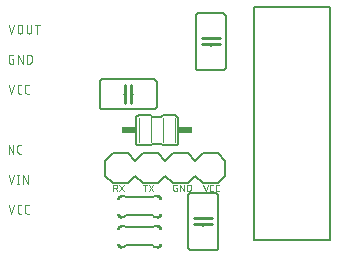
<source format=gbr>
G04 EAGLE Gerber RS-274X export*
G75*
%MOMM*%
%FSLAX34Y34*%
%LPD*%
%INSilkscreen Top*%
%IPPOS*%
%AMOC8*
5,1,8,0,0,1.08239X$1,22.5*%
G01*
%ADD10C,0.076200*%
%ADD11C,0.050800*%
%ADD12C,0.152400*%
%ADD13C,0.254000*%
%ADD14C,0.203200*%
%ADD15R,1.143000X0.508000*%
%ADD16C,0.127000*%
%ADD17C,0.015238*%


D10*
X19431Y45847D02*
X21886Y38481D01*
X24342Y45847D01*
X28769Y38481D02*
X30406Y38481D01*
X28769Y38481D02*
X28691Y38483D01*
X28613Y38488D01*
X28536Y38498D01*
X28459Y38511D01*
X28383Y38527D01*
X28308Y38547D01*
X28234Y38571D01*
X28161Y38598D01*
X28089Y38629D01*
X28019Y38663D01*
X27950Y38700D01*
X27884Y38741D01*
X27819Y38785D01*
X27757Y38831D01*
X27697Y38881D01*
X27639Y38933D01*
X27584Y38988D01*
X27532Y39046D01*
X27482Y39106D01*
X27436Y39168D01*
X27392Y39233D01*
X27351Y39300D01*
X27314Y39368D01*
X27280Y39438D01*
X27249Y39510D01*
X27222Y39583D01*
X27198Y39657D01*
X27178Y39732D01*
X27162Y39808D01*
X27149Y39885D01*
X27139Y39962D01*
X27134Y40040D01*
X27132Y40118D01*
X27132Y44210D01*
X27134Y44290D01*
X27140Y44370D01*
X27150Y44450D01*
X27163Y44529D01*
X27181Y44608D01*
X27202Y44685D01*
X27228Y44761D01*
X27257Y44836D01*
X27289Y44910D01*
X27325Y44982D01*
X27365Y45052D01*
X27408Y45119D01*
X27454Y45185D01*
X27504Y45248D01*
X27556Y45309D01*
X27611Y45368D01*
X27670Y45423D01*
X27730Y45475D01*
X27794Y45525D01*
X27860Y45571D01*
X27927Y45614D01*
X27997Y45654D01*
X28069Y45690D01*
X28143Y45722D01*
X28217Y45751D01*
X28294Y45777D01*
X28371Y45798D01*
X28450Y45816D01*
X28529Y45829D01*
X28609Y45839D01*
X28689Y45845D01*
X28769Y45847D01*
X30406Y45847D01*
X34865Y38481D02*
X36502Y38481D01*
X34865Y38481D02*
X34787Y38483D01*
X34709Y38488D01*
X34632Y38498D01*
X34555Y38511D01*
X34479Y38527D01*
X34404Y38547D01*
X34330Y38571D01*
X34257Y38598D01*
X34185Y38629D01*
X34115Y38663D01*
X34047Y38700D01*
X33980Y38741D01*
X33915Y38785D01*
X33853Y38831D01*
X33793Y38881D01*
X33735Y38933D01*
X33680Y38988D01*
X33628Y39046D01*
X33578Y39106D01*
X33532Y39168D01*
X33488Y39233D01*
X33447Y39300D01*
X33410Y39368D01*
X33376Y39438D01*
X33345Y39510D01*
X33318Y39583D01*
X33294Y39657D01*
X33274Y39732D01*
X33258Y39808D01*
X33245Y39885D01*
X33235Y39962D01*
X33230Y40040D01*
X33228Y40118D01*
X33228Y44210D01*
X33230Y44290D01*
X33236Y44370D01*
X33246Y44450D01*
X33259Y44529D01*
X33277Y44608D01*
X33298Y44685D01*
X33324Y44761D01*
X33353Y44836D01*
X33385Y44910D01*
X33421Y44982D01*
X33461Y45052D01*
X33504Y45119D01*
X33550Y45185D01*
X33600Y45248D01*
X33652Y45309D01*
X33707Y45368D01*
X33766Y45423D01*
X33826Y45475D01*
X33890Y45525D01*
X33956Y45571D01*
X34023Y45614D01*
X34093Y45654D01*
X34165Y45690D01*
X34239Y45722D01*
X34313Y45751D01*
X34390Y45777D01*
X34467Y45798D01*
X34546Y45816D01*
X34625Y45829D01*
X34705Y45839D01*
X34785Y45845D01*
X34865Y45847D01*
X36502Y45847D01*
X21886Y63881D02*
X19431Y71247D01*
X24342Y71247D02*
X21886Y63881D01*
X27738Y63881D02*
X27738Y71247D01*
X26920Y63881D02*
X28557Y63881D01*
X28557Y71247D02*
X26920Y71247D01*
X31788Y71247D02*
X31788Y63881D01*
X35881Y63881D02*
X31788Y71247D01*
X35881Y71247D02*
X35881Y63881D01*
X19431Y89281D02*
X19431Y96647D01*
X23523Y89281D01*
X23523Y96647D01*
X28604Y89281D02*
X30241Y89281D01*
X28604Y89281D02*
X28526Y89283D01*
X28448Y89288D01*
X28371Y89298D01*
X28294Y89311D01*
X28218Y89327D01*
X28143Y89347D01*
X28069Y89371D01*
X27996Y89398D01*
X27924Y89429D01*
X27854Y89463D01*
X27785Y89500D01*
X27719Y89541D01*
X27654Y89585D01*
X27592Y89631D01*
X27532Y89681D01*
X27474Y89733D01*
X27419Y89788D01*
X27367Y89846D01*
X27317Y89906D01*
X27271Y89968D01*
X27227Y90033D01*
X27186Y90100D01*
X27149Y90168D01*
X27115Y90238D01*
X27084Y90310D01*
X27057Y90383D01*
X27033Y90457D01*
X27013Y90532D01*
X26997Y90608D01*
X26984Y90685D01*
X26974Y90762D01*
X26969Y90840D01*
X26967Y90918D01*
X26967Y95010D01*
X26969Y95090D01*
X26975Y95170D01*
X26985Y95250D01*
X26998Y95329D01*
X27016Y95408D01*
X27037Y95485D01*
X27063Y95561D01*
X27092Y95636D01*
X27124Y95710D01*
X27160Y95782D01*
X27200Y95852D01*
X27243Y95919D01*
X27289Y95985D01*
X27339Y96048D01*
X27391Y96109D01*
X27446Y96168D01*
X27505Y96223D01*
X27565Y96275D01*
X27629Y96325D01*
X27695Y96371D01*
X27762Y96414D01*
X27832Y96454D01*
X27904Y96490D01*
X27978Y96522D01*
X28052Y96551D01*
X28129Y96577D01*
X28206Y96598D01*
X28285Y96616D01*
X28364Y96629D01*
X28444Y96639D01*
X28524Y96645D01*
X28604Y96647D01*
X30241Y96647D01*
X21886Y140081D02*
X19431Y147447D01*
X24342Y147447D02*
X21886Y140081D01*
X28769Y140081D02*
X30406Y140081D01*
X28769Y140081D02*
X28691Y140083D01*
X28613Y140088D01*
X28536Y140098D01*
X28459Y140111D01*
X28383Y140127D01*
X28308Y140147D01*
X28234Y140171D01*
X28161Y140198D01*
X28089Y140229D01*
X28019Y140263D01*
X27950Y140300D01*
X27884Y140341D01*
X27819Y140385D01*
X27757Y140431D01*
X27697Y140481D01*
X27639Y140533D01*
X27584Y140588D01*
X27532Y140646D01*
X27482Y140706D01*
X27436Y140768D01*
X27392Y140833D01*
X27351Y140900D01*
X27314Y140968D01*
X27280Y141038D01*
X27249Y141110D01*
X27222Y141183D01*
X27198Y141257D01*
X27178Y141332D01*
X27162Y141408D01*
X27149Y141485D01*
X27139Y141562D01*
X27134Y141640D01*
X27132Y141718D01*
X27132Y145810D01*
X27134Y145890D01*
X27140Y145970D01*
X27150Y146050D01*
X27163Y146129D01*
X27181Y146208D01*
X27202Y146285D01*
X27228Y146361D01*
X27257Y146436D01*
X27289Y146510D01*
X27325Y146582D01*
X27365Y146652D01*
X27408Y146719D01*
X27454Y146785D01*
X27504Y146848D01*
X27556Y146909D01*
X27611Y146968D01*
X27670Y147023D01*
X27730Y147075D01*
X27794Y147125D01*
X27860Y147171D01*
X27927Y147214D01*
X27997Y147254D01*
X28069Y147290D01*
X28143Y147322D01*
X28217Y147351D01*
X28294Y147377D01*
X28371Y147398D01*
X28450Y147416D01*
X28529Y147429D01*
X28609Y147439D01*
X28689Y147445D01*
X28769Y147447D01*
X30406Y147447D01*
X34865Y140081D02*
X36502Y140081D01*
X34865Y140081D02*
X34787Y140083D01*
X34709Y140088D01*
X34632Y140098D01*
X34555Y140111D01*
X34479Y140127D01*
X34404Y140147D01*
X34330Y140171D01*
X34257Y140198D01*
X34185Y140229D01*
X34115Y140263D01*
X34047Y140300D01*
X33980Y140341D01*
X33915Y140385D01*
X33853Y140431D01*
X33793Y140481D01*
X33735Y140533D01*
X33680Y140588D01*
X33628Y140646D01*
X33578Y140706D01*
X33532Y140768D01*
X33488Y140833D01*
X33447Y140900D01*
X33410Y140968D01*
X33376Y141038D01*
X33345Y141110D01*
X33318Y141183D01*
X33294Y141257D01*
X33274Y141332D01*
X33258Y141408D01*
X33245Y141485D01*
X33235Y141562D01*
X33230Y141640D01*
X33228Y141718D01*
X33228Y145810D01*
X33230Y145890D01*
X33236Y145970D01*
X33246Y146050D01*
X33259Y146129D01*
X33277Y146208D01*
X33298Y146285D01*
X33324Y146361D01*
X33353Y146436D01*
X33385Y146510D01*
X33421Y146582D01*
X33461Y146652D01*
X33504Y146719D01*
X33550Y146785D01*
X33600Y146848D01*
X33652Y146909D01*
X33707Y146968D01*
X33766Y147023D01*
X33826Y147075D01*
X33890Y147125D01*
X33956Y147171D01*
X34023Y147214D01*
X34093Y147254D01*
X34165Y147290D01*
X34239Y147322D01*
X34313Y147351D01*
X34390Y147377D01*
X34467Y147398D01*
X34546Y147416D01*
X34625Y147429D01*
X34705Y147439D01*
X34785Y147445D01*
X34865Y147447D01*
X36502Y147447D01*
X23523Y169573D02*
X22296Y169573D01*
X23523Y169573D02*
X23523Y165481D01*
X21068Y165481D01*
X20990Y165483D01*
X20912Y165488D01*
X20835Y165498D01*
X20758Y165511D01*
X20682Y165527D01*
X20607Y165547D01*
X20533Y165571D01*
X20460Y165598D01*
X20388Y165629D01*
X20318Y165663D01*
X20249Y165700D01*
X20183Y165741D01*
X20118Y165785D01*
X20056Y165831D01*
X19996Y165881D01*
X19938Y165933D01*
X19883Y165988D01*
X19831Y166046D01*
X19781Y166106D01*
X19735Y166168D01*
X19691Y166233D01*
X19650Y166300D01*
X19613Y166368D01*
X19579Y166438D01*
X19548Y166510D01*
X19521Y166583D01*
X19497Y166657D01*
X19477Y166732D01*
X19461Y166808D01*
X19448Y166885D01*
X19438Y166962D01*
X19433Y167040D01*
X19431Y167118D01*
X19431Y171210D01*
X19433Y171290D01*
X19439Y171370D01*
X19449Y171450D01*
X19462Y171529D01*
X19480Y171608D01*
X19501Y171685D01*
X19527Y171761D01*
X19556Y171836D01*
X19588Y171910D01*
X19624Y171982D01*
X19664Y172052D01*
X19707Y172119D01*
X19753Y172185D01*
X19803Y172248D01*
X19855Y172309D01*
X19910Y172368D01*
X19969Y172423D01*
X20029Y172475D01*
X20093Y172525D01*
X20159Y172571D01*
X20226Y172614D01*
X20296Y172654D01*
X20368Y172690D01*
X20442Y172722D01*
X20516Y172751D01*
X20593Y172777D01*
X20670Y172798D01*
X20749Y172816D01*
X20828Y172829D01*
X20908Y172839D01*
X20988Y172845D01*
X21068Y172847D01*
X23523Y172847D01*
X27234Y172847D02*
X27234Y165481D01*
X31326Y165481D02*
X27234Y172847D01*
X31326Y172847D02*
X31326Y165481D01*
X35037Y165481D02*
X35037Y172847D01*
X37083Y172847D01*
X37172Y172845D01*
X37261Y172839D01*
X37350Y172829D01*
X37438Y172816D01*
X37526Y172799D01*
X37613Y172777D01*
X37698Y172752D01*
X37783Y172724D01*
X37866Y172691D01*
X37948Y172655D01*
X38028Y172616D01*
X38106Y172573D01*
X38182Y172527D01*
X38257Y172477D01*
X38329Y172424D01*
X38398Y172368D01*
X38465Y172309D01*
X38530Y172248D01*
X38591Y172183D01*
X38650Y172116D01*
X38706Y172047D01*
X38759Y171975D01*
X38809Y171900D01*
X38855Y171824D01*
X38898Y171746D01*
X38937Y171666D01*
X38973Y171584D01*
X39006Y171501D01*
X39034Y171416D01*
X39059Y171331D01*
X39081Y171244D01*
X39098Y171156D01*
X39111Y171068D01*
X39121Y170979D01*
X39127Y170890D01*
X39129Y170801D01*
X39129Y167527D01*
X39127Y167438D01*
X39121Y167349D01*
X39111Y167260D01*
X39098Y167172D01*
X39081Y167084D01*
X39059Y166997D01*
X39034Y166912D01*
X39006Y166827D01*
X38973Y166744D01*
X38937Y166662D01*
X38898Y166582D01*
X38855Y166504D01*
X38809Y166428D01*
X38759Y166353D01*
X38706Y166281D01*
X38650Y166212D01*
X38591Y166145D01*
X38530Y166080D01*
X38465Y166019D01*
X38398Y165960D01*
X38329Y165904D01*
X38257Y165851D01*
X38182Y165801D01*
X38106Y165755D01*
X38028Y165712D01*
X37948Y165673D01*
X37866Y165637D01*
X37783Y165604D01*
X37698Y165576D01*
X37613Y165551D01*
X37526Y165529D01*
X37438Y165512D01*
X37350Y165499D01*
X37261Y165489D01*
X37172Y165483D01*
X37083Y165481D01*
X35037Y165481D01*
X21886Y190881D02*
X19431Y198247D01*
X24342Y198247D02*
X21886Y190881D01*
X27155Y192927D02*
X27155Y196201D01*
X27156Y196201D02*
X27158Y196290D01*
X27164Y196379D01*
X27174Y196468D01*
X27187Y196556D01*
X27204Y196644D01*
X27226Y196731D01*
X27251Y196816D01*
X27279Y196901D01*
X27312Y196984D01*
X27348Y197066D01*
X27387Y197146D01*
X27430Y197224D01*
X27476Y197300D01*
X27526Y197375D01*
X27579Y197447D01*
X27635Y197516D01*
X27694Y197583D01*
X27755Y197648D01*
X27820Y197709D01*
X27887Y197768D01*
X27956Y197824D01*
X28028Y197877D01*
X28103Y197927D01*
X28179Y197973D01*
X28257Y198016D01*
X28337Y198055D01*
X28419Y198091D01*
X28502Y198124D01*
X28587Y198152D01*
X28672Y198177D01*
X28759Y198199D01*
X28847Y198216D01*
X28935Y198229D01*
X29024Y198239D01*
X29113Y198245D01*
X29202Y198247D01*
X29291Y198245D01*
X29380Y198239D01*
X29469Y198229D01*
X29557Y198216D01*
X29645Y198199D01*
X29732Y198177D01*
X29817Y198152D01*
X29902Y198124D01*
X29985Y198091D01*
X30067Y198055D01*
X30147Y198016D01*
X30225Y197973D01*
X30301Y197927D01*
X30376Y197877D01*
X30448Y197824D01*
X30517Y197768D01*
X30584Y197709D01*
X30649Y197648D01*
X30710Y197583D01*
X30769Y197516D01*
X30825Y197447D01*
X30878Y197375D01*
X30928Y197300D01*
X30974Y197224D01*
X31017Y197146D01*
X31056Y197066D01*
X31092Y196984D01*
X31125Y196901D01*
X31153Y196816D01*
X31178Y196731D01*
X31200Y196644D01*
X31217Y196556D01*
X31230Y196468D01*
X31240Y196379D01*
X31246Y196290D01*
X31248Y196201D01*
X31248Y192927D01*
X31246Y192838D01*
X31240Y192749D01*
X31230Y192660D01*
X31217Y192572D01*
X31200Y192484D01*
X31178Y192397D01*
X31153Y192312D01*
X31125Y192227D01*
X31092Y192144D01*
X31056Y192062D01*
X31017Y191982D01*
X30974Y191904D01*
X30928Y191828D01*
X30878Y191753D01*
X30825Y191681D01*
X30769Y191612D01*
X30710Y191545D01*
X30649Y191480D01*
X30584Y191419D01*
X30517Y191360D01*
X30448Y191304D01*
X30376Y191251D01*
X30301Y191201D01*
X30225Y191155D01*
X30147Y191112D01*
X30067Y191073D01*
X29985Y191037D01*
X29902Y191004D01*
X29817Y190976D01*
X29732Y190951D01*
X29645Y190929D01*
X29557Y190912D01*
X29469Y190899D01*
X29380Y190889D01*
X29291Y190883D01*
X29202Y190881D01*
X29113Y190883D01*
X29024Y190889D01*
X28935Y190899D01*
X28847Y190912D01*
X28759Y190929D01*
X28672Y190951D01*
X28587Y190976D01*
X28502Y191004D01*
X28419Y191037D01*
X28337Y191073D01*
X28257Y191112D01*
X28179Y191155D01*
X28103Y191201D01*
X28028Y191251D01*
X27956Y191304D01*
X27887Y191360D01*
X27820Y191419D01*
X27755Y191480D01*
X27694Y191545D01*
X27635Y191612D01*
X27579Y191681D01*
X27526Y191753D01*
X27476Y191828D01*
X27430Y191904D01*
X27387Y191982D01*
X27348Y192062D01*
X27312Y192144D01*
X27279Y192227D01*
X27251Y192312D01*
X27226Y192397D01*
X27204Y192484D01*
X27187Y192572D01*
X27174Y192660D01*
X27164Y192749D01*
X27158Y192838D01*
X27156Y192927D01*
X34714Y192927D02*
X34714Y198247D01*
X34715Y192927D02*
X34717Y192838D01*
X34723Y192749D01*
X34733Y192660D01*
X34746Y192572D01*
X34763Y192484D01*
X34785Y192397D01*
X34810Y192312D01*
X34838Y192227D01*
X34871Y192144D01*
X34907Y192062D01*
X34946Y191982D01*
X34989Y191904D01*
X35035Y191828D01*
X35085Y191753D01*
X35138Y191681D01*
X35194Y191612D01*
X35253Y191545D01*
X35314Y191480D01*
X35379Y191419D01*
X35446Y191360D01*
X35515Y191304D01*
X35587Y191251D01*
X35662Y191201D01*
X35738Y191155D01*
X35816Y191112D01*
X35896Y191073D01*
X35978Y191037D01*
X36061Y191004D01*
X36146Y190976D01*
X36231Y190951D01*
X36318Y190929D01*
X36406Y190912D01*
X36494Y190899D01*
X36583Y190889D01*
X36672Y190883D01*
X36761Y190881D01*
X36850Y190883D01*
X36939Y190889D01*
X37028Y190899D01*
X37116Y190912D01*
X37204Y190929D01*
X37291Y190951D01*
X37376Y190976D01*
X37461Y191004D01*
X37544Y191037D01*
X37626Y191073D01*
X37706Y191112D01*
X37784Y191155D01*
X37860Y191201D01*
X37935Y191251D01*
X38007Y191304D01*
X38076Y191360D01*
X38143Y191419D01*
X38208Y191480D01*
X38269Y191545D01*
X38328Y191612D01*
X38384Y191681D01*
X38437Y191753D01*
X38487Y191828D01*
X38533Y191904D01*
X38576Y191982D01*
X38615Y192062D01*
X38651Y192144D01*
X38684Y192227D01*
X38712Y192312D01*
X38737Y192397D01*
X38759Y192484D01*
X38776Y192572D01*
X38789Y192660D01*
X38799Y192749D01*
X38805Y192838D01*
X38807Y192927D01*
X38807Y198247D01*
X43832Y198247D02*
X43832Y190881D01*
X41786Y198247D02*
X45878Y198247D01*
D11*
X184404Y62992D02*
X186267Y57404D01*
X188129Y62992D01*
X191426Y57404D02*
X192668Y57404D01*
X191426Y57404D02*
X191356Y57406D01*
X191287Y57412D01*
X191218Y57422D01*
X191150Y57435D01*
X191082Y57453D01*
X191016Y57474D01*
X190951Y57499D01*
X190887Y57527D01*
X190825Y57559D01*
X190765Y57594D01*
X190707Y57633D01*
X190652Y57675D01*
X190598Y57720D01*
X190548Y57768D01*
X190500Y57818D01*
X190455Y57872D01*
X190413Y57927D01*
X190374Y57985D01*
X190339Y58045D01*
X190307Y58107D01*
X190279Y58171D01*
X190254Y58236D01*
X190233Y58302D01*
X190215Y58370D01*
X190202Y58438D01*
X190192Y58507D01*
X190186Y58576D01*
X190184Y58646D01*
X190185Y58646D02*
X190185Y61750D01*
X190184Y61750D02*
X190186Y61820D01*
X190192Y61889D01*
X190202Y61958D01*
X190215Y62026D01*
X190233Y62094D01*
X190254Y62160D01*
X190279Y62225D01*
X190307Y62289D01*
X190339Y62351D01*
X190374Y62411D01*
X190413Y62469D01*
X190455Y62524D01*
X190500Y62578D01*
X190548Y62628D01*
X190598Y62676D01*
X190652Y62721D01*
X190707Y62763D01*
X190765Y62802D01*
X190825Y62837D01*
X190887Y62869D01*
X190951Y62897D01*
X191016Y62922D01*
X191082Y62943D01*
X191150Y62961D01*
X191218Y62974D01*
X191287Y62984D01*
X191356Y62990D01*
X191426Y62992D01*
X192668Y62992D01*
X195998Y57404D02*
X197240Y57404D01*
X195998Y57404D02*
X195928Y57406D01*
X195859Y57412D01*
X195790Y57422D01*
X195722Y57435D01*
X195654Y57453D01*
X195588Y57474D01*
X195523Y57499D01*
X195459Y57527D01*
X195397Y57559D01*
X195337Y57594D01*
X195279Y57633D01*
X195224Y57675D01*
X195170Y57720D01*
X195120Y57768D01*
X195072Y57818D01*
X195027Y57872D01*
X194985Y57927D01*
X194946Y57985D01*
X194911Y58045D01*
X194879Y58107D01*
X194851Y58171D01*
X194826Y58236D01*
X194805Y58302D01*
X194787Y58370D01*
X194774Y58438D01*
X194764Y58507D01*
X194758Y58576D01*
X194756Y58646D01*
X194756Y61750D01*
X194758Y61820D01*
X194764Y61889D01*
X194774Y61958D01*
X194787Y62026D01*
X194805Y62094D01*
X194826Y62160D01*
X194851Y62225D01*
X194879Y62289D01*
X194911Y62351D01*
X194946Y62411D01*
X194985Y62469D01*
X195027Y62524D01*
X195072Y62578D01*
X195120Y62628D01*
X195170Y62676D01*
X195224Y62721D01*
X195279Y62763D01*
X195337Y62802D01*
X195397Y62837D01*
X195459Y62869D01*
X195523Y62897D01*
X195588Y62922D01*
X195654Y62943D01*
X195722Y62961D01*
X195790Y62974D01*
X195859Y62984D01*
X195928Y62990D01*
X195998Y62992D01*
X197240Y62992D01*
X162108Y60508D02*
X161177Y60508D01*
X162108Y60508D02*
X162108Y57404D01*
X160246Y57404D01*
X160176Y57406D01*
X160107Y57412D01*
X160038Y57422D01*
X159970Y57435D01*
X159902Y57453D01*
X159836Y57474D01*
X159771Y57499D01*
X159707Y57527D01*
X159645Y57559D01*
X159585Y57594D01*
X159527Y57633D01*
X159472Y57675D01*
X159418Y57720D01*
X159368Y57768D01*
X159320Y57818D01*
X159275Y57872D01*
X159233Y57927D01*
X159194Y57985D01*
X159159Y58045D01*
X159127Y58107D01*
X159099Y58171D01*
X159074Y58236D01*
X159053Y58302D01*
X159035Y58370D01*
X159022Y58438D01*
X159012Y58507D01*
X159006Y58576D01*
X159004Y58646D01*
X159004Y61750D01*
X159006Y61820D01*
X159012Y61889D01*
X159022Y61958D01*
X159035Y62026D01*
X159053Y62094D01*
X159074Y62160D01*
X159099Y62225D01*
X159127Y62289D01*
X159159Y62351D01*
X159194Y62411D01*
X159233Y62469D01*
X159275Y62524D01*
X159320Y62578D01*
X159368Y62628D01*
X159418Y62676D01*
X159472Y62721D01*
X159527Y62763D01*
X159585Y62802D01*
X159645Y62837D01*
X159707Y62869D01*
X159771Y62897D01*
X159836Y62922D01*
X159902Y62943D01*
X159970Y62961D01*
X160038Y62974D01*
X160107Y62984D01*
X160176Y62990D01*
X160246Y62992D01*
X162108Y62992D01*
X164856Y62992D02*
X164856Y57404D01*
X167961Y57404D02*
X164856Y62992D01*
X167961Y62992D02*
X167961Y57404D01*
X170708Y57404D02*
X170708Y62992D01*
X172260Y62992D01*
X172336Y62990D01*
X172412Y62985D01*
X172488Y62975D01*
X172563Y62962D01*
X172637Y62945D01*
X172711Y62925D01*
X172783Y62901D01*
X172854Y62874D01*
X172924Y62843D01*
X172992Y62809D01*
X173058Y62771D01*
X173122Y62730D01*
X173185Y62687D01*
X173245Y62640D01*
X173302Y62590D01*
X173357Y62537D01*
X173410Y62482D01*
X173460Y62425D01*
X173507Y62365D01*
X173550Y62302D01*
X173591Y62238D01*
X173629Y62172D01*
X173663Y62104D01*
X173694Y62034D01*
X173721Y61963D01*
X173745Y61890D01*
X173765Y61817D01*
X173782Y61743D01*
X173795Y61668D01*
X173805Y61592D01*
X173810Y61516D01*
X173812Y61440D01*
X173813Y61440D02*
X173813Y58956D01*
X173812Y58956D02*
X173810Y58877D01*
X173804Y58799D01*
X173794Y58721D01*
X173780Y58644D01*
X173762Y58567D01*
X173741Y58491D01*
X173715Y58417D01*
X173686Y58344D01*
X173653Y58273D01*
X173617Y58203D01*
X173577Y58135D01*
X173534Y58069D01*
X173487Y58006D01*
X173438Y57945D01*
X173385Y57887D01*
X173329Y57831D01*
X173271Y57778D01*
X173210Y57729D01*
X173147Y57682D01*
X173081Y57639D01*
X173013Y57599D01*
X172944Y57563D01*
X172872Y57530D01*
X172799Y57501D01*
X172725Y57475D01*
X172649Y57454D01*
X172572Y57436D01*
X172495Y57422D01*
X172417Y57412D01*
X172339Y57406D01*
X172260Y57404D01*
X170708Y57404D01*
X135156Y57404D02*
X135156Y62992D01*
X133604Y62992D02*
X136708Y62992D01*
X142140Y62992D02*
X138414Y57404D01*
X142140Y57404D02*
X138414Y62992D01*
X108204Y62992D02*
X108204Y57404D01*
X108204Y62992D02*
X109756Y62992D01*
X109833Y62990D01*
X109911Y62984D01*
X109987Y62975D01*
X110064Y62961D01*
X110139Y62944D01*
X110213Y62923D01*
X110287Y62898D01*
X110359Y62870D01*
X110429Y62838D01*
X110498Y62803D01*
X110565Y62764D01*
X110630Y62722D01*
X110693Y62677D01*
X110754Y62629D01*
X110812Y62578D01*
X110867Y62524D01*
X110920Y62467D01*
X110969Y62408D01*
X111016Y62346D01*
X111060Y62282D01*
X111100Y62216D01*
X111137Y62148D01*
X111171Y62078D01*
X111201Y62007D01*
X111227Y61934D01*
X111250Y61860D01*
X111269Y61785D01*
X111284Y61710D01*
X111296Y61633D01*
X111304Y61556D01*
X111308Y61479D01*
X111308Y61401D01*
X111304Y61324D01*
X111296Y61247D01*
X111284Y61170D01*
X111269Y61095D01*
X111250Y61020D01*
X111227Y60946D01*
X111201Y60873D01*
X111171Y60802D01*
X111137Y60732D01*
X111100Y60664D01*
X111060Y60598D01*
X111016Y60534D01*
X110969Y60472D01*
X110920Y60413D01*
X110867Y60356D01*
X110812Y60302D01*
X110754Y60251D01*
X110693Y60203D01*
X110630Y60158D01*
X110565Y60116D01*
X110498Y60077D01*
X110429Y60042D01*
X110359Y60010D01*
X110287Y59982D01*
X110213Y59957D01*
X110139Y59936D01*
X110064Y59919D01*
X109987Y59905D01*
X109911Y59896D01*
X109833Y59890D01*
X109756Y59888D01*
X108204Y59888D01*
X110067Y59888D02*
X111308Y57404D01*
X113344Y57404D02*
X117069Y62992D01*
X113344Y62992D02*
X117069Y57404D01*
D12*
X99060Y152400D02*
X142240Y152400D01*
X142240Y127000D02*
X99060Y127000D01*
X144780Y129540D02*
X144780Y149860D01*
X96520Y149860D02*
X96520Y129540D01*
X142240Y152400D02*
X142340Y152398D01*
X142439Y152392D01*
X142539Y152382D01*
X142637Y152369D01*
X142736Y152351D01*
X142833Y152330D01*
X142929Y152305D01*
X143025Y152276D01*
X143119Y152243D01*
X143212Y152207D01*
X143303Y152167D01*
X143393Y152123D01*
X143481Y152076D01*
X143567Y152026D01*
X143651Y151972D01*
X143733Y151915D01*
X143812Y151855D01*
X143890Y151791D01*
X143964Y151725D01*
X144036Y151656D01*
X144105Y151584D01*
X144171Y151510D01*
X144235Y151432D01*
X144295Y151353D01*
X144352Y151271D01*
X144406Y151187D01*
X144456Y151101D01*
X144503Y151013D01*
X144547Y150923D01*
X144587Y150832D01*
X144623Y150739D01*
X144656Y150645D01*
X144685Y150549D01*
X144710Y150453D01*
X144731Y150356D01*
X144749Y150257D01*
X144762Y150159D01*
X144772Y150059D01*
X144778Y149960D01*
X144780Y149860D01*
X99060Y152400D02*
X98960Y152398D01*
X98861Y152392D01*
X98761Y152382D01*
X98663Y152369D01*
X98564Y152351D01*
X98467Y152330D01*
X98371Y152305D01*
X98275Y152276D01*
X98181Y152243D01*
X98088Y152207D01*
X97997Y152167D01*
X97907Y152123D01*
X97819Y152076D01*
X97733Y152026D01*
X97649Y151972D01*
X97567Y151915D01*
X97488Y151855D01*
X97410Y151791D01*
X97336Y151725D01*
X97264Y151656D01*
X97195Y151584D01*
X97129Y151510D01*
X97065Y151432D01*
X97005Y151353D01*
X96948Y151271D01*
X96894Y151187D01*
X96844Y151101D01*
X96797Y151013D01*
X96753Y150923D01*
X96713Y150832D01*
X96677Y150739D01*
X96644Y150645D01*
X96615Y150549D01*
X96590Y150453D01*
X96569Y150356D01*
X96551Y150257D01*
X96538Y150159D01*
X96528Y150059D01*
X96522Y149960D01*
X96520Y149860D01*
X142240Y127000D02*
X142340Y127002D01*
X142439Y127008D01*
X142539Y127018D01*
X142637Y127031D01*
X142736Y127049D01*
X142833Y127070D01*
X142929Y127095D01*
X143025Y127124D01*
X143119Y127157D01*
X143212Y127193D01*
X143303Y127233D01*
X143393Y127277D01*
X143481Y127324D01*
X143567Y127374D01*
X143651Y127428D01*
X143733Y127485D01*
X143812Y127545D01*
X143890Y127609D01*
X143964Y127675D01*
X144036Y127744D01*
X144105Y127816D01*
X144171Y127890D01*
X144235Y127968D01*
X144295Y128047D01*
X144352Y128129D01*
X144406Y128213D01*
X144456Y128299D01*
X144503Y128387D01*
X144547Y128477D01*
X144587Y128568D01*
X144623Y128661D01*
X144656Y128755D01*
X144685Y128851D01*
X144710Y128947D01*
X144731Y129044D01*
X144749Y129143D01*
X144762Y129241D01*
X144772Y129341D01*
X144778Y129440D01*
X144780Y129540D01*
X99060Y127000D02*
X98960Y127002D01*
X98861Y127008D01*
X98761Y127018D01*
X98663Y127031D01*
X98564Y127049D01*
X98467Y127070D01*
X98371Y127095D01*
X98275Y127124D01*
X98181Y127157D01*
X98088Y127193D01*
X97997Y127233D01*
X97907Y127277D01*
X97819Y127324D01*
X97733Y127374D01*
X97649Y127428D01*
X97567Y127485D01*
X97488Y127545D01*
X97410Y127609D01*
X97336Y127675D01*
X97264Y127744D01*
X97195Y127816D01*
X97129Y127890D01*
X97065Y127968D01*
X97005Y128047D01*
X96948Y128129D01*
X96894Y128213D01*
X96844Y128299D01*
X96797Y128387D01*
X96753Y128477D01*
X96713Y128568D01*
X96677Y128661D01*
X96644Y128755D01*
X96615Y128851D01*
X96590Y128947D01*
X96569Y129044D01*
X96551Y129143D01*
X96538Y129241D01*
X96528Y129341D01*
X96522Y129440D01*
X96520Y129540D01*
X123190Y139700D02*
X124460Y139700D01*
D13*
X123190Y139700D02*
X123190Y147320D01*
X123190Y139700D02*
X123190Y132080D01*
X118110Y139700D02*
X118110Y147320D01*
X118110Y139700D02*
X118110Y132080D01*
D12*
X118110Y139700D02*
X116840Y139700D01*
X171450Y53340D02*
X171450Y10160D01*
X196850Y10160D02*
X196850Y53340D01*
X194310Y55880D02*
X173990Y55880D01*
X173990Y7620D02*
X194310Y7620D01*
X171450Y53340D02*
X171452Y53440D01*
X171458Y53539D01*
X171468Y53639D01*
X171481Y53737D01*
X171499Y53836D01*
X171520Y53933D01*
X171545Y54029D01*
X171574Y54125D01*
X171607Y54219D01*
X171643Y54312D01*
X171683Y54403D01*
X171727Y54493D01*
X171774Y54581D01*
X171824Y54667D01*
X171878Y54751D01*
X171935Y54833D01*
X171995Y54912D01*
X172059Y54990D01*
X172125Y55064D01*
X172194Y55136D01*
X172266Y55205D01*
X172340Y55271D01*
X172418Y55335D01*
X172497Y55395D01*
X172579Y55452D01*
X172663Y55506D01*
X172749Y55556D01*
X172837Y55603D01*
X172927Y55647D01*
X173018Y55687D01*
X173111Y55723D01*
X173205Y55756D01*
X173301Y55785D01*
X173397Y55810D01*
X173494Y55831D01*
X173593Y55849D01*
X173691Y55862D01*
X173791Y55872D01*
X173890Y55878D01*
X173990Y55880D01*
X171450Y10160D02*
X171452Y10060D01*
X171458Y9961D01*
X171468Y9861D01*
X171481Y9763D01*
X171499Y9664D01*
X171520Y9567D01*
X171545Y9471D01*
X171574Y9375D01*
X171607Y9281D01*
X171643Y9188D01*
X171683Y9097D01*
X171727Y9007D01*
X171774Y8919D01*
X171824Y8833D01*
X171878Y8749D01*
X171935Y8667D01*
X171995Y8588D01*
X172059Y8510D01*
X172125Y8436D01*
X172194Y8364D01*
X172266Y8295D01*
X172340Y8229D01*
X172418Y8165D01*
X172497Y8105D01*
X172579Y8048D01*
X172663Y7994D01*
X172749Y7944D01*
X172837Y7897D01*
X172927Y7853D01*
X173018Y7813D01*
X173111Y7777D01*
X173205Y7744D01*
X173301Y7715D01*
X173397Y7690D01*
X173494Y7669D01*
X173593Y7651D01*
X173691Y7638D01*
X173791Y7628D01*
X173890Y7622D01*
X173990Y7620D01*
X196850Y53340D02*
X196848Y53440D01*
X196842Y53539D01*
X196832Y53639D01*
X196819Y53737D01*
X196801Y53836D01*
X196780Y53933D01*
X196755Y54029D01*
X196726Y54125D01*
X196693Y54219D01*
X196657Y54312D01*
X196617Y54403D01*
X196573Y54493D01*
X196526Y54581D01*
X196476Y54667D01*
X196422Y54751D01*
X196365Y54833D01*
X196305Y54912D01*
X196241Y54990D01*
X196175Y55064D01*
X196106Y55136D01*
X196034Y55205D01*
X195960Y55271D01*
X195882Y55335D01*
X195803Y55395D01*
X195721Y55452D01*
X195637Y55506D01*
X195551Y55556D01*
X195463Y55603D01*
X195373Y55647D01*
X195282Y55687D01*
X195189Y55723D01*
X195095Y55756D01*
X194999Y55785D01*
X194903Y55810D01*
X194806Y55831D01*
X194707Y55849D01*
X194609Y55862D01*
X194509Y55872D01*
X194410Y55878D01*
X194310Y55880D01*
X196850Y10160D02*
X196848Y10060D01*
X196842Y9961D01*
X196832Y9861D01*
X196819Y9763D01*
X196801Y9664D01*
X196780Y9567D01*
X196755Y9471D01*
X196726Y9375D01*
X196693Y9281D01*
X196657Y9188D01*
X196617Y9097D01*
X196573Y9007D01*
X196526Y8919D01*
X196476Y8833D01*
X196422Y8749D01*
X196365Y8667D01*
X196305Y8588D01*
X196241Y8510D01*
X196175Y8436D01*
X196106Y8364D01*
X196034Y8295D01*
X195960Y8229D01*
X195882Y8165D01*
X195803Y8105D01*
X195721Y8048D01*
X195637Y7994D01*
X195551Y7944D01*
X195463Y7897D01*
X195373Y7853D01*
X195282Y7813D01*
X195189Y7777D01*
X195095Y7744D01*
X194999Y7715D01*
X194903Y7690D01*
X194806Y7669D01*
X194707Y7651D01*
X194609Y7638D01*
X194509Y7628D01*
X194410Y7622D01*
X194310Y7620D01*
X184150Y34290D02*
X184150Y35560D01*
D13*
X184150Y34290D02*
X176530Y34290D01*
X184150Y34290D02*
X191770Y34290D01*
X184150Y29210D02*
X176530Y29210D01*
X184150Y29210D02*
X191770Y29210D01*
D12*
X184150Y29210D02*
X184150Y27940D01*
X203200Y162560D02*
X203200Y205740D01*
X177800Y205740D02*
X177800Y162560D01*
X180340Y160020D02*
X200660Y160020D01*
X200660Y208280D02*
X180340Y208280D01*
X203200Y162560D02*
X203198Y162460D01*
X203192Y162361D01*
X203182Y162261D01*
X203169Y162163D01*
X203151Y162064D01*
X203130Y161967D01*
X203105Y161871D01*
X203076Y161775D01*
X203043Y161681D01*
X203007Y161588D01*
X202967Y161497D01*
X202923Y161407D01*
X202876Y161319D01*
X202826Y161233D01*
X202772Y161149D01*
X202715Y161067D01*
X202655Y160988D01*
X202591Y160910D01*
X202525Y160836D01*
X202456Y160764D01*
X202384Y160695D01*
X202310Y160629D01*
X202232Y160565D01*
X202153Y160505D01*
X202071Y160448D01*
X201987Y160394D01*
X201901Y160344D01*
X201813Y160297D01*
X201723Y160253D01*
X201632Y160213D01*
X201539Y160177D01*
X201445Y160144D01*
X201349Y160115D01*
X201253Y160090D01*
X201156Y160069D01*
X201057Y160051D01*
X200959Y160038D01*
X200859Y160028D01*
X200760Y160022D01*
X200660Y160020D01*
X203200Y205740D02*
X203198Y205840D01*
X203192Y205939D01*
X203182Y206039D01*
X203169Y206137D01*
X203151Y206236D01*
X203130Y206333D01*
X203105Y206429D01*
X203076Y206525D01*
X203043Y206619D01*
X203007Y206712D01*
X202967Y206803D01*
X202923Y206893D01*
X202876Y206981D01*
X202826Y207067D01*
X202772Y207151D01*
X202715Y207233D01*
X202655Y207312D01*
X202591Y207390D01*
X202525Y207464D01*
X202456Y207536D01*
X202384Y207605D01*
X202310Y207671D01*
X202232Y207735D01*
X202153Y207795D01*
X202071Y207852D01*
X201987Y207906D01*
X201901Y207956D01*
X201813Y208003D01*
X201723Y208047D01*
X201632Y208087D01*
X201539Y208123D01*
X201445Y208156D01*
X201349Y208185D01*
X201253Y208210D01*
X201156Y208231D01*
X201057Y208249D01*
X200959Y208262D01*
X200859Y208272D01*
X200760Y208278D01*
X200660Y208280D01*
X177800Y162560D02*
X177802Y162460D01*
X177808Y162361D01*
X177818Y162261D01*
X177831Y162163D01*
X177849Y162064D01*
X177870Y161967D01*
X177895Y161871D01*
X177924Y161775D01*
X177957Y161681D01*
X177993Y161588D01*
X178033Y161497D01*
X178077Y161407D01*
X178124Y161319D01*
X178174Y161233D01*
X178228Y161149D01*
X178285Y161067D01*
X178345Y160988D01*
X178409Y160910D01*
X178475Y160836D01*
X178544Y160764D01*
X178616Y160695D01*
X178690Y160629D01*
X178768Y160565D01*
X178847Y160505D01*
X178929Y160448D01*
X179013Y160394D01*
X179099Y160344D01*
X179187Y160297D01*
X179277Y160253D01*
X179368Y160213D01*
X179461Y160177D01*
X179555Y160144D01*
X179651Y160115D01*
X179747Y160090D01*
X179844Y160069D01*
X179943Y160051D01*
X180041Y160038D01*
X180141Y160028D01*
X180240Y160022D01*
X180340Y160020D01*
X177800Y205740D02*
X177802Y205840D01*
X177808Y205939D01*
X177818Y206039D01*
X177831Y206137D01*
X177849Y206236D01*
X177870Y206333D01*
X177895Y206429D01*
X177924Y206525D01*
X177957Y206619D01*
X177993Y206712D01*
X178033Y206803D01*
X178077Y206893D01*
X178124Y206981D01*
X178174Y207067D01*
X178228Y207151D01*
X178285Y207233D01*
X178345Y207312D01*
X178409Y207390D01*
X178475Y207464D01*
X178544Y207536D01*
X178616Y207605D01*
X178690Y207671D01*
X178768Y207735D01*
X178847Y207795D01*
X178929Y207852D01*
X179013Y207906D01*
X179099Y207956D01*
X179187Y208003D01*
X179277Y208047D01*
X179368Y208087D01*
X179461Y208123D01*
X179555Y208156D01*
X179651Y208185D01*
X179747Y208210D01*
X179844Y208231D01*
X179943Y208249D01*
X180041Y208262D01*
X180141Y208272D01*
X180240Y208278D01*
X180340Y208280D01*
X190500Y181610D02*
X190500Y180340D01*
D13*
X190500Y181610D02*
X198120Y181610D01*
X190500Y181610D02*
X182880Y181610D01*
X190500Y186690D02*
X198120Y186690D01*
X190500Y186690D02*
X182880Y186690D01*
D12*
X190500Y186690D02*
X190500Y187960D01*
D14*
X196700Y89700D02*
X184000Y89700D01*
X196700Y89700D02*
X203050Y83350D01*
X203050Y70650D02*
X196700Y64300D01*
X158600Y89700D02*
X152250Y83350D01*
X158600Y89700D02*
X171300Y89700D01*
X177650Y83350D01*
X177650Y70650D02*
X171300Y64300D01*
X158600Y64300D01*
X152250Y70650D01*
X177650Y83350D02*
X184000Y89700D01*
X177650Y70650D02*
X184000Y64300D01*
X196700Y64300D01*
X120500Y89700D02*
X107800Y89700D01*
X120500Y89700D02*
X126850Y83350D01*
X126850Y70650D02*
X120500Y64300D01*
X126850Y83350D02*
X133200Y89700D01*
X145900Y89700D01*
X152250Y83350D01*
X152250Y70650D02*
X145900Y64300D01*
X133200Y64300D01*
X126850Y70650D01*
X101450Y70650D02*
X101450Y83350D01*
X107800Y89700D01*
X101450Y70650D02*
X107800Y64300D01*
X120500Y64300D01*
X203050Y70650D02*
X203050Y83350D01*
D12*
X162780Y98740D02*
X162778Y98640D01*
X162772Y98541D01*
X162762Y98441D01*
X162749Y98343D01*
X162731Y98244D01*
X162710Y98147D01*
X162685Y98051D01*
X162656Y97955D01*
X162623Y97861D01*
X162587Y97768D01*
X162547Y97677D01*
X162503Y97587D01*
X162456Y97499D01*
X162406Y97413D01*
X162352Y97329D01*
X162295Y97247D01*
X162235Y97168D01*
X162171Y97090D01*
X162105Y97016D01*
X162036Y96944D01*
X161964Y96875D01*
X161890Y96809D01*
X161812Y96745D01*
X161733Y96685D01*
X161651Y96628D01*
X161567Y96574D01*
X161481Y96524D01*
X161393Y96477D01*
X161303Y96433D01*
X161212Y96393D01*
X161119Y96357D01*
X161025Y96324D01*
X160929Y96295D01*
X160833Y96270D01*
X160736Y96249D01*
X160637Y96231D01*
X160539Y96218D01*
X160439Y96208D01*
X160340Y96202D01*
X160240Y96200D01*
X162780Y119060D02*
X162778Y119160D01*
X162772Y119259D01*
X162762Y119359D01*
X162749Y119457D01*
X162731Y119556D01*
X162710Y119653D01*
X162685Y119749D01*
X162656Y119845D01*
X162623Y119939D01*
X162587Y120032D01*
X162547Y120123D01*
X162503Y120213D01*
X162456Y120301D01*
X162406Y120387D01*
X162352Y120471D01*
X162295Y120553D01*
X162235Y120632D01*
X162171Y120710D01*
X162105Y120784D01*
X162036Y120856D01*
X161964Y120925D01*
X161890Y120991D01*
X161812Y121055D01*
X161733Y121115D01*
X161651Y121172D01*
X161567Y121226D01*
X161481Y121276D01*
X161393Y121323D01*
X161303Y121367D01*
X161212Y121407D01*
X161119Y121443D01*
X161025Y121476D01*
X160929Y121505D01*
X160833Y121530D01*
X160736Y121551D01*
X160637Y121569D01*
X160539Y121582D01*
X160439Y121592D01*
X160340Y121598D01*
X160240Y121600D01*
X129760Y121600D02*
X129660Y121598D01*
X129561Y121592D01*
X129461Y121582D01*
X129363Y121569D01*
X129264Y121551D01*
X129167Y121530D01*
X129071Y121505D01*
X128975Y121476D01*
X128881Y121443D01*
X128788Y121407D01*
X128697Y121367D01*
X128607Y121323D01*
X128519Y121276D01*
X128433Y121226D01*
X128349Y121172D01*
X128267Y121115D01*
X128188Y121055D01*
X128110Y120991D01*
X128036Y120925D01*
X127964Y120856D01*
X127895Y120784D01*
X127829Y120710D01*
X127765Y120632D01*
X127705Y120553D01*
X127648Y120471D01*
X127594Y120387D01*
X127544Y120301D01*
X127497Y120213D01*
X127453Y120123D01*
X127413Y120032D01*
X127377Y119939D01*
X127344Y119845D01*
X127315Y119749D01*
X127290Y119653D01*
X127269Y119556D01*
X127251Y119457D01*
X127238Y119359D01*
X127228Y119259D01*
X127222Y119160D01*
X127220Y119060D01*
X127220Y98740D02*
X127222Y98640D01*
X127228Y98541D01*
X127238Y98441D01*
X127251Y98343D01*
X127269Y98244D01*
X127290Y98147D01*
X127315Y98051D01*
X127344Y97955D01*
X127377Y97861D01*
X127413Y97768D01*
X127453Y97677D01*
X127497Y97587D01*
X127544Y97499D01*
X127594Y97413D01*
X127648Y97329D01*
X127705Y97247D01*
X127765Y97168D01*
X127829Y97090D01*
X127895Y97016D01*
X127964Y96944D01*
X128036Y96875D01*
X128110Y96809D01*
X128188Y96745D01*
X128267Y96685D01*
X128349Y96628D01*
X128433Y96574D01*
X128519Y96524D01*
X128607Y96477D01*
X128697Y96433D01*
X128788Y96393D01*
X128881Y96357D01*
X128975Y96324D01*
X129071Y96295D01*
X129167Y96270D01*
X129264Y96249D01*
X129363Y96231D01*
X129461Y96218D01*
X129561Y96208D01*
X129660Y96202D01*
X129760Y96200D01*
X162780Y98740D02*
X162780Y119060D01*
X160240Y96200D02*
X150080Y96200D01*
X148810Y97470D01*
X150080Y121600D02*
X160240Y121600D01*
X150080Y121600D02*
X148810Y120330D01*
X141190Y97470D02*
X139920Y96200D01*
X141190Y97470D02*
X148810Y97470D01*
X141190Y120330D02*
X139920Y121600D01*
X141190Y120330D02*
X148810Y120330D01*
X139920Y96200D02*
X129760Y96200D01*
X129760Y121600D02*
X139920Y121600D01*
X127220Y119060D02*
X127220Y98740D01*
D11*
X150080Y98740D02*
X150080Y119060D01*
X160240Y119060D02*
X160240Y98740D01*
X129760Y98740D02*
X129760Y119060D01*
X139920Y119060D02*
X139920Y98740D01*
D15*
X121505Y108900D03*
X168495Y108900D03*
D16*
X227600Y16100D02*
X227600Y213600D01*
X291600Y213600D01*
X291600Y16100D01*
X227600Y16100D01*
D17*
X145315Y9475D02*
X145315Y10848D01*
X145316Y10848D02*
X145399Y10853D01*
X145483Y10862D01*
X145565Y10875D01*
X145647Y10891D01*
X145728Y10911D01*
X145809Y10935D01*
X145888Y10963D01*
X145965Y10994D01*
X146041Y11028D01*
X146116Y11066D01*
X146189Y11107D01*
X146260Y11152D01*
X146329Y11199D01*
X146395Y11250D01*
X146459Y11303D01*
X146521Y11360D01*
X146580Y11419D01*
X146637Y11481D01*
X146690Y11545D01*
X146741Y11611D01*
X146788Y11680D01*
X146833Y11751D01*
X146874Y11824D01*
X146912Y11899D01*
X146946Y11975D01*
X146977Y12052D01*
X147005Y12131D01*
X147029Y12212D01*
X147049Y12293D01*
X147065Y12375D01*
X147078Y12457D01*
X147087Y12541D01*
X147092Y12624D01*
X148465Y12625D01*
X148465Y12624D01*
X148461Y12512D01*
X148452Y12401D01*
X148440Y12290D01*
X148424Y12179D01*
X148404Y12070D01*
X148380Y11960D01*
X148353Y11852D01*
X148321Y11745D01*
X148286Y11639D01*
X148248Y11534D01*
X148206Y11430D01*
X148160Y11329D01*
X148111Y11228D01*
X148058Y11130D01*
X148002Y11033D01*
X147943Y10938D01*
X147880Y10846D01*
X147814Y10756D01*
X147745Y10668D01*
X147674Y10582D01*
X147599Y10499D01*
X147521Y10419D01*
X147441Y10341D01*
X147358Y10266D01*
X147272Y10195D01*
X147184Y10126D01*
X147094Y10060D01*
X147002Y9997D01*
X146907Y9938D01*
X146810Y9882D01*
X146712Y9829D01*
X146611Y9780D01*
X146510Y9734D01*
X146406Y9692D01*
X146301Y9654D01*
X146195Y9619D01*
X146088Y9587D01*
X145980Y9560D01*
X145870Y9536D01*
X145761Y9516D01*
X145650Y9500D01*
X145539Y9488D01*
X145428Y9479D01*
X145316Y9475D01*
X145316Y9618D01*
X145425Y9623D01*
X145534Y9631D01*
X145642Y9643D01*
X145750Y9659D01*
X145857Y9679D01*
X145964Y9703D01*
X146069Y9731D01*
X146174Y9762D01*
X146277Y9797D01*
X146379Y9835D01*
X146480Y9877D01*
X146579Y9923D01*
X146676Y9972D01*
X146772Y10025D01*
X146866Y10080D01*
X146957Y10140D01*
X147047Y10202D01*
X147134Y10267D01*
X147219Y10336D01*
X147301Y10407D01*
X147381Y10482D01*
X147458Y10559D01*
X147533Y10639D01*
X147604Y10721D01*
X147673Y10806D01*
X147738Y10893D01*
X147800Y10983D01*
X147860Y11074D01*
X147915Y11168D01*
X147968Y11264D01*
X148017Y11361D01*
X148063Y11460D01*
X148105Y11561D01*
X148143Y11663D01*
X148178Y11766D01*
X148209Y11871D01*
X148237Y11976D01*
X148261Y12083D01*
X148281Y12190D01*
X148297Y12298D01*
X148309Y12406D01*
X148317Y12515D01*
X148322Y12624D01*
X148179Y12624D01*
X148174Y12518D01*
X148166Y12412D01*
X148154Y12306D01*
X148137Y12201D01*
X148117Y12097D01*
X148094Y11993D01*
X148066Y11890D01*
X148035Y11789D01*
X148000Y11688D01*
X147962Y11589D01*
X147920Y11491D01*
X147875Y11395D01*
X147826Y11301D01*
X147773Y11208D01*
X147718Y11117D01*
X147659Y11029D01*
X147597Y10943D01*
X147532Y10858D01*
X147464Y10777D01*
X147393Y10698D01*
X147319Y10621D01*
X147242Y10547D01*
X147163Y10476D01*
X147082Y10408D01*
X146997Y10343D01*
X146911Y10281D01*
X146823Y10222D01*
X146732Y10167D01*
X146639Y10114D01*
X146545Y10065D01*
X146449Y10020D01*
X146351Y9978D01*
X146252Y9940D01*
X146151Y9905D01*
X146050Y9874D01*
X145947Y9846D01*
X145843Y9823D01*
X145739Y9803D01*
X145634Y9786D01*
X145528Y9774D01*
X145422Y9766D01*
X145316Y9761D01*
X145316Y9904D01*
X145419Y9909D01*
X145522Y9917D01*
X145625Y9930D01*
X145727Y9946D01*
X145829Y9966D01*
X145930Y9989D01*
X146029Y10017D01*
X146128Y10048D01*
X146225Y10082D01*
X146322Y10121D01*
X146416Y10162D01*
X146509Y10208D01*
X146601Y10256D01*
X146690Y10308D01*
X146777Y10363D01*
X146863Y10422D01*
X146946Y10483D01*
X147027Y10548D01*
X147105Y10616D01*
X147181Y10686D01*
X147254Y10759D01*
X147324Y10835D01*
X147392Y10913D01*
X147457Y10994D01*
X147518Y11077D01*
X147577Y11163D01*
X147632Y11250D01*
X147684Y11339D01*
X147732Y11431D01*
X147778Y11524D01*
X147819Y11618D01*
X147858Y11715D01*
X147892Y11812D01*
X147923Y11911D01*
X147951Y12010D01*
X147974Y12111D01*
X147994Y12213D01*
X148010Y12315D01*
X148023Y12418D01*
X148031Y12521D01*
X148036Y12624D01*
X147893Y12624D01*
X147888Y12524D01*
X147880Y12424D01*
X147867Y12324D01*
X147851Y12225D01*
X147831Y12126D01*
X147808Y12029D01*
X147781Y11932D01*
X147750Y11837D01*
X147715Y11742D01*
X147677Y11649D01*
X147636Y11558D01*
X147591Y11468D01*
X147542Y11380D01*
X147491Y11294D01*
X147436Y11210D01*
X147378Y11128D01*
X147317Y11048D01*
X147253Y10971D01*
X147186Y10896D01*
X147117Y10823D01*
X147044Y10754D01*
X146969Y10687D01*
X146892Y10623D01*
X146812Y10562D01*
X146730Y10504D01*
X146646Y10449D01*
X146560Y10398D01*
X146472Y10349D01*
X146382Y10304D01*
X146291Y10263D01*
X146198Y10225D01*
X146103Y10190D01*
X146008Y10159D01*
X145911Y10132D01*
X145814Y10109D01*
X145715Y10089D01*
X145616Y10073D01*
X145516Y10060D01*
X145416Y10052D01*
X145316Y10047D01*
X145316Y10190D01*
X145416Y10195D01*
X145515Y10204D01*
X145614Y10217D01*
X145712Y10234D01*
X145810Y10255D01*
X145907Y10279D01*
X146002Y10308D01*
X146097Y10340D01*
X146190Y10376D01*
X146282Y10415D01*
X146371Y10458D01*
X146460Y10505D01*
X146546Y10555D01*
X146630Y10609D01*
X146712Y10666D01*
X146792Y10726D01*
X146869Y10789D01*
X146944Y10855D01*
X147016Y10924D01*
X147085Y10996D01*
X147151Y11071D01*
X147214Y11148D01*
X147274Y11228D01*
X147331Y11310D01*
X147385Y11394D01*
X147435Y11480D01*
X147482Y11569D01*
X147525Y11658D01*
X147564Y11750D01*
X147600Y11843D01*
X147632Y11938D01*
X147661Y12033D01*
X147685Y12130D01*
X147706Y12228D01*
X147723Y12326D01*
X147736Y12425D01*
X147745Y12524D01*
X147750Y12624D01*
X147607Y12624D01*
X147602Y12528D01*
X147593Y12432D01*
X147580Y12336D01*
X147563Y12241D01*
X147543Y12147D01*
X147518Y12054D01*
X147490Y11962D01*
X147458Y11871D01*
X147422Y11781D01*
X147383Y11693D01*
X147340Y11606D01*
X147294Y11522D01*
X147244Y11439D01*
X147191Y11359D01*
X147135Y11280D01*
X147076Y11204D01*
X147014Y11131D01*
X146948Y11060D01*
X146880Y10992D01*
X146809Y10926D01*
X146736Y10864D01*
X146660Y10805D01*
X146581Y10749D01*
X146501Y10696D01*
X146418Y10646D01*
X146334Y10600D01*
X146247Y10557D01*
X146159Y10518D01*
X146069Y10482D01*
X145978Y10450D01*
X145886Y10422D01*
X145793Y10397D01*
X145699Y10377D01*
X145604Y10360D01*
X145508Y10347D01*
X145412Y10338D01*
X145316Y10333D01*
X145316Y10476D01*
X145409Y10481D01*
X145501Y10490D01*
X145593Y10503D01*
X145684Y10520D01*
X145775Y10540D01*
X145865Y10564D01*
X145953Y10592D01*
X146041Y10624D01*
X146126Y10659D01*
X146211Y10698D01*
X146294Y10740D01*
X146374Y10786D01*
X146453Y10835D01*
X146530Y10887D01*
X146605Y10943D01*
X146677Y11001D01*
X146746Y11062D01*
X146813Y11127D01*
X146878Y11194D01*
X146939Y11263D01*
X146997Y11335D01*
X147053Y11410D01*
X147105Y11487D01*
X147154Y11566D01*
X147200Y11646D01*
X147242Y11729D01*
X147281Y11814D01*
X147316Y11899D01*
X147348Y11987D01*
X147376Y12075D01*
X147400Y12165D01*
X147420Y12256D01*
X147437Y12347D01*
X147450Y12439D01*
X147459Y12531D01*
X147464Y12624D01*
X147321Y12624D01*
X147315Y12535D01*
X147307Y12446D01*
X147294Y12358D01*
X147277Y12271D01*
X147257Y12184D01*
X147233Y12098D01*
X147206Y12013D01*
X147174Y11930D01*
X147140Y11848D01*
X147101Y11767D01*
X147060Y11689D01*
X147015Y11612D01*
X146967Y11537D01*
X146915Y11464D01*
X146861Y11393D01*
X146804Y11325D01*
X146743Y11260D01*
X146680Y11197D01*
X146615Y11136D01*
X146547Y11079D01*
X146476Y11025D01*
X146403Y10973D01*
X146328Y10925D01*
X146251Y10880D01*
X146173Y10839D01*
X146092Y10800D01*
X146010Y10766D01*
X145927Y10734D01*
X145842Y10707D01*
X145756Y10683D01*
X145669Y10663D01*
X145582Y10646D01*
X145494Y10633D01*
X145405Y10625D01*
X145316Y10619D01*
X145316Y10762D01*
X145401Y10768D01*
X145486Y10777D01*
X145570Y10789D01*
X145653Y10806D01*
X145736Y10826D01*
X145818Y10849D01*
X145898Y10876D01*
X145978Y10907D01*
X146056Y10941D01*
X146132Y10978D01*
X146207Y11019D01*
X146280Y11063D01*
X146351Y11111D01*
X146419Y11161D01*
X146486Y11214D01*
X146550Y11270D01*
X146611Y11329D01*
X146670Y11390D01*
X146726Y11454D01*
X146779Y11521D01*
X146829Y11589D01*
X146877Y11660D01*
X146921Y11733D01*
X146962Y11808D01*
X146999Y11884D01*
X147033Y11962D01*
X147064Y12042D01*
X147091Y12122D01*
X147114Y12204D01*
X147134Y12287D01*
X147151Y12370D01*
X147163Y12454D01*
X147172Y12539D01*
X147178Y12624D01*
X148465Y25475D02*
X147092Y25475D01*
X147092Y25476D02*
X147087Y25559D01*
X147078Y25643D01*
X147065Y25725D01*
X147049Y25807D01*
X147029Y25888D01*
X147005Y25969D01*
X146977Y26048D01*
X146946Y26125D01*
X146912Y26201D01*
X146874Y26276D01*
X146833Y26349D01*
X146788Y26420D01*
X146741Y26489D01*
X146690Y26555D01*
X146637Y26619D01*
X146580Y26681D01*
X146521Y26740D01*
X146459Y26797D01*
X146395Y26850D01*
X146329Y26901D01*
X146260Y26948D01*
X146189Y26993D01*
X146116Y27034D01*
X146041Y27072D01*
X145965Y27106D01*
X145888Y27137D01*
X145809Y27165D01*
X145728Y27189D01*
X145647Y27209D01*
X145565Y27225D01*
X145483Y27238D01*
X145399Y27247D01*
X145316Y27252D01*
X145315Y28625D01*
X145316Y28625D01*
X145428Y28621D01*
X145539Y28612D01*
X145650Y28600D01*
X145761Y28584D01*
X145870Y28564D01*
X145980Y28540D01*
X146088Y28513D01*
X146195Y28481D01*
X146301Y28446D01*
X146406Y28408D01*
X146510Y28366D01*
X146611Y28320D01*
X146712Y28271D01*
X146810Y28218D01*
X146907Y28162D01*
X147002Y28103D01*
X147094Y28040D01*
X147184Y27974D01*
X147272Y27905D01*
X147358Y27834D01*
X147441Y27759D01*
X147521Y27681D01*
X147599Y27601D01*
X147674Y27518D01*
X147745Y27432D01*
X147814Y27344D01*
X147880Y27254D01*
X147943Y27162D01*
X148002Y27067D01*
X148058Y26970D01*
X148111Y26872D01*
X148160Y26771D01*
X148206Y26670D01*
X148248Y26566D01*
X148286Y26461D01*
X148321Y26355D01*
X148353Y26248D01*
X148380Y26140D01*
X148404Y26030D01*
X148424Y25921D01*
X148440Y25810D01*
X148452Y25699D01*
X148461Y25588D01*
X148465Y25476D01*
X148322Y25476D01*
X148317Y25585D01*
X148309Y25694D01*
X148297Y25802D01*
X148281Y25910D01*
X148261Y26017D01*
X148237Y26124D01*
X148209Y26229D01*
X148178Y26334D01*
X148143Y26437D01*
X148105Y26539D01*
X148063Y26640D01*
X148017Y26739D01*
X147968Y26836D01*
X147915Y26932D01*
X147860Y27026D01*
X147800Y27117D01*
X147738Y27207D01*
X147673Y27294D01*
X147604Y27379D01*
X147533Y27461D01*
X147458Y27541D01*
X147381Y27618D01*
X147301Y27693D01*
X147219Y27764D01*
X147134Y27833D01*
X147047Y27898D01*
X146957Y27960D01*
X146866Y28020D01*
X146772Y28075D01*
X146676Y28128D01*
X146579Y28177D01*
X146480Y28223D01*
X146379Y28265D01*
X146277Y28303D01*
X146174Y28338D01*
X146069Y28369D01*
X145964Y28397D01*
X145857Y28421D01*
X145750Y28441D01*
X145642Y28457D01*
X145534Y28469D01*
X145425Y28477D01*
X145316Y28482D01*
X145316Y28339D01*
X145422Y28334D01*
X145528Y28326D01*
X145634Y28314D01*
X145739Y28297D01*
X145843Y28277D01*
X145947Y28254D01*
X146050Y28226D01*
X146151Y28195D01*
X146252Y28160D01*
X146351Y28122D01*
X146449Y28080D01*
X146545Y28035D01*
X146639Y27986D01*
X146732Y27933D01*
X146823Y27878D01*
X146911Y27819D01*
X146997Y27757D01*
X147082Y27692D01*
X147163Y27624D01*
X147242Y27553D01*
X147319Y27479D01*
X147393Y27402D01*
X147464Y27323D01*
X147532Y27242D01*
X147597Y27157D01*
X147659Y27071D01*
X147718Y26983D01*
X147773Y26892D01*
X147826Y26799D01*
X147875Y26705D01*
X147920Y26609D01*
X147962Y26511D01*
X148000Y26412D01*
X148035Y26311D01*
X148066Y26210D01*
X148094Y26107D01*
X148117Y26003D01*
X148137Y25899D01*
X148154Y25794D01*
X148166Y25688D01*
X148174Y25582D01*
X148179Y25476D01*
X148036Y25476D01*
X148031Y25579D01*
X148023Y25682D01*
X148010Y25785D01*
X147994Y25887D01*
X147974Y25989D01*
X147951Y26090D01*
X147923Y26189D01*
X147892Y26288D01*
X147858Y26385D01*
X147819Y26482D01*
X147778Y26576D01*
X147732Y26669D01*
X147684Y26761D01*
X147632Y26850D01*
X147577Y26937D01*
X147518Y27023D01*
X147457Y27106D01*
X147392Y27187D01*
X147324Y27265D01*
X147254Y27341D01*
X147181Y27414D01*
X147105Y27484D01*
X147027Y27552D01*
X146946Y27617D01*
X146863Y27678D01*
X146777Y27737D01*
X146690Y27792D01*
X146601Y27844D01*
X146509Y27892D01*
X146416Y27938D01*
X146322Y27979D01*
X146225Y28018D01*
X146128Y28052D01*
X146029Y28083D01*
X145930Y28111D01*
X145829Y28134D01*
X145727Y28154D01*
X145625Y28170D01*
X145522Y28183D01*
X145419Y28191D01*
X145316Y28196D01*
X145316Y28053D01*
X145416Y28048D01*
X145516Y28040D01*
X145616Y28027D01*
X145715Y28011D01*
X145814Y27991D01*
X145911Y27968D01*
X146008Y27941D01*
X146103Y27910D01*
X146198Y27875D01*
X146291Y27837D01*
X146382Y27796D01*
X146472Y27751D01*
X146560Y27702D01*
X146646Y27651D01*
X146730Y27596D01*
X146812Y27538D01*
X146892Y27477D01*
X146969Y27413D01*
X147044Y27346D01*
X147117Y27277D01*
X147186Y27204D01*
X147253Y27129D01*
X147317Y27052D01*
X147378Y26972D01*
X147436Y26890D01*
X147491Y26806D01*
X147542Y26720D01*
X147591Y26632D01*
X147636Y26542D01*
X147677Y26451D01*
X147715Y26358D01*
X147750Y26263D01*
X147781Y26168D01*
X147808Y26071D01*
X147831Y25974D01*
X147851Y25875D01*
X147867Y25776D01*
X147880Y25676D01*
X147888Y25576D01*
X147893Y25476D01*
X147750Y25476D01*
X147745Y25576D01*
X147736Y25675D01*
X147723Y25774D01*
X147706Y25872D01*
X147685Y25970D01*
X147661Y26067D01*
X147632Y26162D01*
X147600Y26257D01*
X147564Y26350D01*
X147525Y26442D01*
X147482Y26531D01*
X147435Y26620D01*
X147385Y26706D01*
X147331Y26790D01*
X147274Y26872D01*
X147214Y26952D01*
X147151Y27029D01*
X147085Y27104D01*
X147016Y27176D01*
X146944Y27245D01*
X146869Y27311D01*
X146792Y27374D01*
X146712Y27434D01*
X146630Y27491D01*
X146546Y27545D01*
X146460Y27595D01*
X146371Y27642D01*
X146282Y27685D01*
X146190Y27724D01*
X146097Y27760D01*
X146002Y27792D01*
X145907Y27821D01*
X145810Y27845D01*
X145712Y27866D01*
X145614Y27883D01*
X145515Y27896D01*
X145416Y27905D01*
X145316Y27910D01*
X145316Y27767D01*
X145412Y27762D01*
X145508Y27753D01*
X145604Y27740D01*
X145699Y27723D01*
X145793Y27703D01*
X145886Y27678D01*
X145978Y27650D01*
X146069Y27618D01*
X146159Y27582D01*
X146247Y27543D01*
X146334Y27500D01*
X146418Y27454D01*
X146501Y27404D01*
X146581Y27351D01*
X146660Y27295D01*
X146736Y27236D01*
X146809Y27174D01*
X146880Y27108D01*
X146948Y27040D01*
X147014Y26969D01*
X147076Y26896D01*
X147135Y26820D01*
X147191Y26741D01*
X147244Y26661D01*
X147294Y26578D01*
X147340Y26494D01*
X147383Y26407D01*
X147422Y26319D01*
X147458Y26229D01*
X147490Y26138D01*
X147518Y26046D01*
X147543Y25953D01*
X147563Y25859D01*
X147580Y25764D01*
X147593Y25668D01*
X147602Y25572D01*
X147607Y25476D01*
X147464Y25476D01*
X147459Y25569D01*
X147450Y25661D01*
X147437Y25753D01*
X147420Y25844D01*
X147400Y25935D01*
X147376Y26025D01*
X147348Y26113D01*
X147316Y26201D01*
X147281Y26286D01*
X147242Y26371D01*
X147200Y26454D01*
X147154Y26534D01*
X147105Y26613D01*
X147053Y26690D01*
X146997Y26765D01*
X146939Y26837D01*
X146878Y26906D01*
X146813Y26973D01*
X146746Y27038D01*
X146677Y27099D01*
X146605Y27157D01*
X146530Y27213D01*
X146453Y27265D01*
X146374Y27314D01*
X146294Y27360D01*
X146211Y27402D01*
X146126Y27441D01*
X146041Y27476D01*
X145953Y27508D01*
X145865Y27536D01*
X145775Y27560D01*
X145684Y27580D01*
X145593Y27597D01*
X145501Y27610D01*
X145409Y27619D01*
X145316Y27624D01*
X145316Y27481D01*
X145405Y27475D01*
X145494Y27467D01*
X145582Y27454D01*
X145669Y27437D01*
X145756Y27417D01*
X145842Y27393D01*
X145927Y27366D01*
X146010Y27334D01*
X146092Y27300D01*
X146173Y27261D01*
X146251Y27220D01*
X146328Y27175D01*
X146403Y27127D01*
X146476Y27075D01*
X146547Y27021D01*
X146615Y26964D01*
X146680Y26903D01*
X146743Y26840D01*
X146804Y26775D01*
X146861Y26707D01*
X146915Y26636D01*
X146967Y26563D01*
X147015Y26488D01*
X147060Y26411D01*
X147101Y26333D01*
X147140Y26252D01*
X147174Y26170D01*
X147206Y26087D01*
X147233Y26002D01*
X147257Y25916D01*
X147277Y25829D01*
X147294Y25742D01*
X147307Y25654D01*
X147315Y25565D01*
X147321Y25476D01*
X147178Y25476D01*
X147172Y25561D01*
X147163Y25646D01*
X147151Y25730D01*
X147134Y25813D01*
X147114Y25896D01*
X147091Y25978D01*
X147064Y26058D01*
X147033Y26138D01*
X146999Y26216D01*
X146962Y26292D01*
X146921Y26367D01*
X146877Y26440D01*
X146829Y26511D01*
X146779Y26579D01*
X146726Y26646D01*
X146670Y26710D01*
X146611Y26771D01*
X146550Y26830D01*
X146486Y26886D01*
X146419Y26939D01*
X146351Y26989D01*
X146280Y27037D01*
X146207Y27081D01*
X146132Y27122D01*
X146056Y27159D01*
X145978Y27193D01*
X145898Y27224D01*
X145818Y27251D01*
X145736Y27274D01*
X145653Y27294D01*
X145570Y27311D01*
X145486Y27323D01*
X145401Y27332D01*
X145316Y27338D01*
X114685Y28625D02*
X114685Y27252D01*
X114684Y27252D02*
X114601Y27247D01*
X114517Y27238D01*
X114435Y27225D01*
X114353Y27209D01*
X114272Y27189D01*
X114191Y27165D01*
X114112Y27137D01*
X114035Y27106D01*
X113959Y27072D01*
X113884Y27034D01*
X113811Y26993D01*
X113740Y26948D01*
X113671Y26901D01*
X113605Y26850D01*
X113541Y26797D01*
X113479Y26740D01*
X113420Y26681D01*
X113363Y26619D01*
X113310Y26555D01*
X113259Y26489D01*
X113212Y26420D01*
X113167Y26349D01*
X113126Y26276D01*
X113088Y26201D01*
X113054Y26125D01*
X113023Y26048D01*
X112995Y25969D01*
X112971Y25888D01*
X112951Y25807D01*
X112935Y25725D01*
X112922Y25643D01*
X112913Y25559D01*
X112908Y25476D01*
X111535Y25475D01*
X111535Y25476D01*
X111539Y25588D01*
X111548Y25699D01*
X111560Y25810D01*
X111576Y25921D01*
X111596Y26030D01*
X111620Y26140D01*
X111647Y26248D01*
X111679Y26355D01*
X111714Y26461D01*
X111752Y26566D01*
X111794Y26670D01*
X111840Y26771D01*
X111889Y26872D01*
X111942Y26970D01*
X111998Y27067D01*
X112057Y27162D01*
X112120Y27254D01*
X112186Y27344D01*
X112255Y27432D01*
X112326Y27518D01*
X112401Y27601D01*
X112479Y27681D01*
X112559Y27759D01*
X112642Y27834D01*
X112728Y27905D01*
X112816Y27974D01*
X112906Y28040D01*
X112998Y28103D01*
X113093Y28162D01*
X113190Y28218D01*
X113288Y28271D01*
X113389Y28320D01*
X113490Y28366D01*
X113594Y28408D01*
X113699Y28446D01*
X113805Y28481D01*
X113912Y28513D01*
X114020Y28540D01*
X114130Y28564D01*
X114239Y28584D01*
X114350Y28600D01*
X114461Y28612D01*
X114572Y28621D01*
X114684Y28625D01*
X114684Y28482D01*
X114575Y28477D01*
X114466Y28469D01*
X114358Y28457D01*
X114250Y28441D01*
X114143Y28421D01*
X114036Y28397D01*
X113931Y28369D01*
X113826Y28338D01*
X113723Y28303D01*
X113621Y28265D01*
X113520Y28223D01*
X113421Y28177D01*
X113324Y28128D01*
X113228Y28075D01*
X113134Y28020D01*
X113043Y27960D01*
X112953Y27898D01*
X112866Y27833D01*
X112781Y27764D01*
X112699Y27693D01*
X112619Y27618D01*
X112542Y27541D01*
X112467Y27461D01*
X112396Y27379D01*
X112327Y27294D01*
X112262Y27207D01*
X112200Y27117D01*
X112140Y27026D01*
X112085Y26932D01*
X112032Y26836D01*
X111983Y26739D01*
X111937Y26640D01*
X111895Y26539D01*
X111857Y26437D01*
X111822Y26334D01*
X111791Y26229D01*
X111763Y26124D01*
X111739Y26017D01*
X111719Y25910D01*
X111703Y25802D01*
X111691Y25694D01*
X111683Y25585D01*
X111678Y25476D01*
X111821Y25476D01*
X111826Y25582D01*
X111834Y25688D01*
X111846Y25794D01*
X111863Y25899D01*
X111883Y26003D01*
X111906Y26107D01*
X111934Y26210D01*
X111965Y26311D01*
X112000Y26412D01*
X112038Y26511D01*
X112080Y26609D01*
X112125Y26705D01*
X112174Y26799D01*
X112227Y26892D01*
X112282Y26983D01*
X112341Y27071D01*
X112403Y27157D01*
X112468Y27242D01*
X112536Y27323D01*
X112607Y27402D01*
X112681Y27479D01*
X112758Y27553D01*
X112837Y27624D01*
X112918Y27692D01*
X113003Y27757D01*
X113089Y27819D01*
X113177Y27878D01*
X113268Y27933D01*
X113361Y27986D01*
X113455Y28035D01*
X113551Y28080D01*
X113649Y28122D01*
X113748Y28160D01*
X113849Y28195D01*
X113950Y28226D01*
X114053Y28254D01*
X114157Y28277D01*
X114261Y28297D01*
X114366Y28314D01*
X114472Y28326D01*
X114578Y28334D01*
X114684Y28339D01*
X114684Y28196D01*
X114581Y28191D01*
X114478Y28183D01*
X114375Y28170D01*
X114273Y28154D01*
X114171Y28134D01*
X114070Y28111D01*
X113971Y28083D01*
X113872Y28052D01*
X113775Y28018D01*
X113678Y27979D01*
X113584Y27938D01*
X113491Y27892D01*
X113399Y27844D01*
X113310Y27792D01*
X113223Y27737D01*
X113137Y27678D01*
X113054Y27617D01*
X112973Y27552D01*
X112895Y27484D01*
X112819Y27414D01*
X112746Y27341D01*
X112676Y27265D01*
X112608Y27187D01*
X112543Y27106D01*
X112482Y27023D01*
X112423Y26937D01*
X112368Y26850D01*
X112316Y26761D01*
X112268Y26669D01*
X112222Y26576D01*
X112181Y26482D01*
X112142Y26385D01*
X112108Y26288D01*
X112077Y26189D01*
X112049Y26090D01*
X112026Y25989D01*
X112006Y25887D01*
X111990Y25785D01*
X111977Y25682D01*
X111969Y25579D01*
X111964Y25476D01*
X112107Y25476D01*
X112112Y25576D01*
X112120Y25676D01*
X112133Y25776D01*
X112149Y25875D01*
X112169Y25974D01*
X112192Y26071D01*
X112219Y26168D01*
X112250Y26263D01*
X112285Y26358D01*
X112323Y26451D01*
X112364Y26542D01*
X112409Y26632D01*
X112458Y26720D01*
X112509Y26806D01*
X112564Y26890D01*
X112622Y26972D01*
X112683Y27052D01*
X112747Y27129D01*
X112814Y27204D01*
X112883Y27277D01*
X112956Y27346D01*
X113031Y27413D01*
X113108Y27477D01*
X113188Y27538D01*
X113270Y27596D01*
X113354Y27651D01*
X113440Y27702D01*
X113528Y27751D01*
X113618Y27796D01*
X113709Y27837D01*
X113802Y27875D01*
X113897Y27910D01*
X113992Y27941D01*
X114089Y27968D01*
X114186Y27991D01*
X114285Y28011D01*
X114384Y28027D01*
X114484Y28040D01*
X114584Y28048D01*
X114684Y28053D01*
X114684Y27910D01*
X114584Y27905D01*
X114485Y27896D01*
X114386Y27883D01*
X114288Y27866D01*
X114190Y27845D01*
X114093Y27821D01*
X113998Y27792D01*
X113903Y27760D01*
X113810Y27724D01*
X113718Y27685D01*
X113629Y27642D01*
X113540Y27595D01*
X113454Y27545D01*
X113370Y27491D01*
X113288Y27434D01*
X113208Y27374D01*
X113131Y27311D01*
X113056Y27245D01*
X112984Y27176D01*
X112915Y27104D01*
X112849Y27029D01*
X112786Y26952D01*
X112726Y26872D01*
X112669Y26790D01*
X112615Y26706D01*
X112565Y26620D01*
X112518Y26531D01*
X112475Y26442D01*
X112436Y26350D01*
X112400Y26257D01*
X112368Y26162D01*
X112339Y26067D01*
X112315Y25970D01*
X112294Y25872D01*
X112277Y25774D01*
X112264Y25675D01*
X112255Y25576D01*
X112250Y25476D01*
X112393Y25476D01*
X112398Y25572D01*
X112407Y25668D01*
X112420Y25764D01*
X112437Y25859D01*
X112457Y25953D01*
X112482Y26046D01*
X112510Y26138D01*
X112542Y26229D01*
X112578Y26319D01*
X112617Y26407D01*
X112660Y26494D01*
X112706Y26578D01*
X112756Y26661D01*
X112809Y26741D01*
X112865Y26820D01*
X112924Y26896D01*
X112986Y26969D01*
X113052Y27040D01*
X113120Y27108D01*
X113191Y27174D01*
X113264Y27236D01*
X113340Y27295D01*
X113419Y27351D01*
X113499Y27404D01*
X113582Y27454D01*
X113666Y27500D01*
X113753Y27543D01*
X113841Y27582D01*
X113931Y27618D01*
X114022Y27650D01*
X114114Y27678D01*
X114207Y27703D01*
X114301Y27723D01*
X114396Y27740D01*
X114492Y27753D01*
X114588Y27762D01*
X114684Y27767D01*
X114684Y27624D01*
X114591Y27619D01*
X114499Y27610D01*
X114407Y27597D01*
X114316Y27580D01*
X114225Y27560D01*
X114135Y27536D01*
X114047Y27508D01*
X113959Y27476D01*
X113874Y27441D01*
X113789Y27402D01*
X113706Y27360D01*
X113626Y27314D01*
X113547Y27265D01*
X113470Y27213D01*
X113395Y27157D01*
X113323Y27099D01*
X113254Y27038D01*
X113187Y26973D01*
X113122Y26906D01*
X113061Y26837D01*
X113003Y26765D01*
X112947Y26690D01*
X112895Y26613D01*
X112846Y26534D01*
X112800Y26454D01*
X112758Y26371D01*
X112719Y26286D01*
X112684Y26201D01*
X112652Y26113D01*
X112624Y26025D01*
X112600Y25935D01*
X112580Y25844D01*
X112563Y25753D01*
X112550Y25661D01*
X112541Y25569D01*
X112536Y25476D01*
X112679Y25476D01*
X112685Y25565D01*
X112693Y25654D01*
X112706Y25742D01*
X112723Y25829D01*
X112743Y25916D01*
X112767Y26002D01*
X112794Y26087D01*
X112826Y26170D01*
X112860Y26252D01*
X112899Y26333D01*
X112940Y26411D01*
X112985Y26488D01*
X113033Y26563D01*
X113085Y26636D01*
X113139Y26707D01*
X113196Y26775D01*
X113257Y26840D01*
X113320Y26903D01*
X113385Y26964D01*
X113453Y27021D01*
X113524Y27075D01*
X113597Y27127D01*
X113672Y27175D01*
X113749Y27220D01*
X113827Y27261D01*
X113908Y27300D01*
X113990Y27334D01*
X114073Y27366D01*
X114158Y27393D01*
X114244Y27417D01*
X114331Y27437D01*
X114418Y27454D01*
X114506Y27467D01*
X114595Y27475D01*
X114684Y27481D01*
X114684Y27338D01*
X114599Y27332D01*
X114514Y27323D01*
X114430Y27311D01*
X114347Y27294D01*
X114264Y27274D01*
X114182Y27251D01*
X114102Y27224D01*
X114022Y27193D01*
X113944Y27159D01*
X113868Y27122D01*
X113793Y27081D01*
X113720Y27037D01*
X113649Y26989D01*
X113581Y26939D01*
X113514Y26886D01*
X113450Y26830D01*
X113389Y26771D01*
X113330Y26710D01*
X113274Y26646D01*
X113221Y26579D01*
X113171Y26511D01*
X113123Y26440D01*
X113079Y26367D01*
X113038Y26292D01*
X113001Y26216D01*
X112967Y26138D01*
X112936Y26058D01*
X112909Y25978D01*
X112886Y25896D01*
X112866Y25813D01*
X112849Y25730D01*
X112837Y25646D01*
X112828Y25561D01*
X112822Y25476D01*
X111535Y12625D02*
X112908Y12625D01*
X112908Y12624D02*
X112913Y12541D01*
X112922Y12457D01*
X112935Y12375D01*
X112951Y12293D01*
X112971Y12212D01*
X112995Y12131D01*
X113023Y12052D01*
X113054Y11975D01*
X113088Y11899D01*
X113126Y11824D01*
X113167Y11751D01*
X113212Y11680D01*
X113259Y11611D01*
X113310Y11545D01*
X113363Y11481D01*
X113420Y11419D01*
X113479Y11360D01*
X113541Y11303D01*
X113605Y11250D01*
X113671Y11199D01*
X113740Y11152D01*
X113811Y11107D01*
X113884Y11066D01*
X113959Y11028D01*
X114035Y10994D01*
X114112Y10963D01*
X114191Y10935D01*
X114272Y10911D01*
X114353Y10891D01*
X114435Y10875D01*
X114517Y10862D01*
X114601Y10853D01*
X114684Y10848D01*
X114685Y9475D01*
X114684Y9475D01*
X114572Y9479D01*
X114461Y9488D01*
X114350Y9500D01*
X114239Y9516D01*
X114130Y9536D01*
X114020Y9560D01*
X113912Y9587D01*
X113805Y9619D01*
X113699Y9654D01*
X113594Y9692D01*
X113490Y9734D01*
X113389Y9780D01*
X113288Y9829D01*
X113190Y9882D01*
X113093Y9938D01*
X112998Y9997D01*
X112906Y10060D01*
X112816Y10126D01*
X112728Y10195D01*
X112642Y10266D01*
X112559Y10341D01*
X112479Y10419D01*
X112401Y10499D01*
X112326Y10582D01*
X112255Y10668D01*
X112186Y10756D01*
X112120Y10846D01*
X112057Y10938D01*
X111998Y11033D01*
X111942Y11130D01*
X111889Y11228D01*
X111840Y11329D01*
X111794Y11430D01*
X111752Y11534D01*
X111714Y11639D01*
X111679Y11745D01*
X111647Y11852D01*
X111620Y11960D01*
X111596Y12070D01*
X111576Y12179D01*
X111560Y12290D01*
X111548Y12401D01*
X111539Y12512D01*
X111535Y12624D01*
X111678Y12624D01*
X111683Y12515D01*
X111691Y12406D01*
X111703Y12298D01*
X111719Y12190D01*
X111739Y12083D01*
X111763Y11976D01*
X111791Y11871D01*
X111822Y11766D01*
X111857Y11663D01*
X111895Y11561D01*
X111937Y11460D01*
X111983Y11361D01*
X112032Y11264D01*
X112085Y11168D01*
X112140Y11074D01*
X112200Y10983D01*
X112262Y10893D01*
X112327Y10806D01*
X112396Y10721D01*
X112467Y10639D01*
X112542Y10559D01*
X112619Y10482D01*
X112699Y10407D01*
X112781Y10336D01*
X112866Y10267D01*
X112953Y10202D01*
X113043Y10140D01*
X113134Y10080D01*
X113228Y10025D01*
X113324Y9972D01*
X113421Y9923D01*
X113520Y9877D01*
X113621Y9835D01*
X113723Y9797D01*
X113826Y9762D01*
X113931Y9731D01*
X114036Y9703D01*
X114143Y9679D01*
X114250Y9659D01*
X114358Y9643D01*
X114466Y9631D01*
X114575Y9623D01*
X114684Y9618D01*
X114684Y9761D01*
X114578Y9766D01*
X114472Y9774D01*
X114366Y9786D01*
X114261Y9803D01*
X114157Y9823D01*
X114053Y9846D01*
X113950Y9874D01*
X113849Y9905D01*
X113748Y9940D01*
X113649Y9978D01*
X113551Y10020D01*
X113455Y10065D01*
X113361Y10114D01*
X113268Y10167D01*
X113177Y10222D01*
X113089Y10281D01*
X113003Y10343D01*
X112918Y10408D01*
X112837Y10476D01*
X112758Y10547D01*
X112681Y10621D01*
X112607Y10698D01*
X112536Y10777D01*
X112468Y10858D01*
X112403Y10943D01*
X112341Y11029D01*
X112282Y11117D01*
X112227Y11208D01*
X112174Y11301D01*
X112125Y11395D01*
X112080Y11491D01*
X112038Y11589D01*
X112000Y11688D01*
X111965Y11789D01*
X111934Y11890D01*
X111906Y11993D01*
X111883Y12097D01*
X111863Y12201D01*
X111846Y12306D01*
X111834Y12412D01*
X111826Y12518D01*
X111821Y12624D01*
X111964Y12624D01*
X111969Y12521D01*
X111977Y12418D01*
X111990Y12315D01*
X112006Y12213D01*
X112026Y12111D01*
X112049Y12010D01*
X112077Y11911D01*
X112108Y11812D01*
X112142Y11715D01*
X112181Y11618D01*
X112222Y11524D01*
X112268Y11431D01*
X112316Y11339D01*
X112368Y11250D01*
X112423Y11163D01*
X112482Y11077D01*
X112543Y10994D01*
X112608Y10913D01*
X112676Y10835D01*
X112746Y10759D01*
X112819Y10686D01*
X112895Y10616D01*
X112973Y10548D01*
X113054Y10483D01*
X113137Y10422D01*
X113223Y10363D01*
X113310Y10308D01*
X113399Y10256D01*
X113491Y10208D01*
X113584Y10162D01*
X113678Y10121D01*
X113775Y10082D01*
X113872Y10048D01*
X113971Y10017D01*
X114070Y9989D01*
X114171Y9966D01*
X114273Y9946D01*
X114375Y9930D01*
X114478Y9917D01*
X114581Y9909D01*
X114684Y9904D01*
X114684Y10047D01*
X114584Y10052D01*
X114484Y10060D01*
X114384Y10073D01*
X114285Y10089D01*
X114186Y10109D01*
X114089Y10132D01*
X113992Y10159D01*
X113897Y10190D01*
X113802Y10225D01*
X113709Y10263D01*
X113618Y10304D01*
X113528Y10349D01*
X113440Y10398D01*
X113354Y10449D01*
X113270Y10504D01*
X113188Y10562D01*
X113108Y10623D01*
X113031Y10687D01*
X112956Y10754D01*
X112883Y10823D01*
X112814Y10896D01*
X112747Y10971D01*
X112683Y11048D01*
X112622Y11128D01*
X112564Y11210D01*
X112509Y11294D01*
X112458Y11380D01*
X112409Y11468D01*
X112364Y11558D01*
X112323Y11649D01*
X112285Y11742D01*
X112250Y11837D01*
X112219Y11932D01*
X112192Y12029D01*
X112169Y12126D01*
X112149Y12225D01*
X112133Y12324D01*
X112120Y12424D01*
X112112Y12524D01*
X112107Y12624D01*
X112250Y12624D01*
X112255Y12524D01*
X112264Y12425D01*
X112277Y12326D01*
X112294Y12228D01*
X112315Y12130D01*
X112339Y12033D01*
X112368Y11938D01*
X112400Y11843D01*
X112436Y11750D01*
X112475Y11658D01*
X112518Y11569D01*
X112565Y11480D01*
X112615Y11394D01*
X112669Y11310D01*
X112726Y11228D01*
X112786Y11148D01*
X112849Y11071D01*
X112915Y10996D01*
X112984Y10924D01*
X113056Y10855D01*
X113131Y10789D01*
X113208Y10726D01*
X113288Y10666D01*
X113370Y10609D01*
X113454Y10555D01*
X113540Y10505D01*
X113629Y10458D01*
X113718Y10415D01*
X113810Y10376D01*
X113903Y10340D01*
X113998Y10308D01*
X114093Y10279D01*
X114190Y10255D01*
X114288Y10234D01*
X114386Y10217D01*
X114485Y10204D01*
X114584Y10195D01*
X114684Y10190D01*
X114684Y10333D01*
X114588Y10338D01*
X114492Y10347D01*
X114396Y10360D01*
X114301Y10377D01*
X114207Y10397D01*
X114114Y10422D01*
X114022Y10450D01*
X113931Y10482D01*
X113841Y10518D01*
X113753Y10557D01*
X113666Y10600D01*
X113582Y10646D01*
X113499Y10696D01*
X113419Y10749D01*
X113340Y10805D01*
X113264Y10864D01*
X113191Y10926D01*
X113120Y10992D01*
X113052Y11060D01*
X112986Y11131D01*
X112924Y11204D01*
X112865Y11280D01*
X112809Y11359D01*
X112756Y11439D01*
X112706Y11522D01*
X112660Y11606D01*
X112617Y11693D01*
X112578Y11781D01*
X112542Y11871D01*
X112510Y11962D01*
X112482Y12054D01*
X112457Y12147D01*
X112437Y12241D01*
X112420Y12336D01*
X112407Y12432D01*
X112398Y12528D01*
X112393Y12624D01*
X112536Y12624D01*
X112541Y12531D01*
X112550Y12439D01*
X112563Y12347D01*
X112580Y12256D01*
X112600Y12165D01*
X112624Y12075D01*
X112652Y11987D01*
X112684Y11899D01*
X112719Y11814D01*
X112758Y11729D01*
X112800Y11646D01*
X112846Y11566D01*
X112895Y11487D01*
X112947Y11410D01*
X113003Y11335D01*
X113061Y11263D01*
X113122Y11194D01*
X113187Y11127D01*
X113254Y11062D01*
X113323Y11001D01*
X113395Y10943D01*
X113470Y10887D01*
X113547Y10835D01*
X113626Y10786D01*
X113706Y10740D01*
X113789Y10698D01*
X113874Y10659D01*
X113959Y10624D01*
X114047Y10592D01*
X114135Y10564D01*
X114225Y10540D01*
X114316Y10520D01*
X114407Y10503D01*
X114499Y10490D01*
X114591Y10481D01*
X114684Y10476D01*
X114684Y10619D01*
X114595Y10625D01*
X114506Y10633D01*
X114418Y10646D01*
X114331Y10663D01*
X114244Y10683D01*
X114158Y10707D01*
X114073Y10734D01*
X113990Y10766D01*
X113908Y10800D01*
X113827Y10839D01*
X113749Y10880D01*
X113672Y10925D01*
X113597Y10973D01*
X113524Y11025D01*
X113453Y11079D01*
X113385Y11136D01*
X113320Y11197D01*
X113257Y11260D01*
X113196Y11325D01*
X113139Y11393D01*
X113085Y11464D01*
X113033Y11537D01*
X112985Y11612D01*
X112940Y11689D01*
X112899Y11767D01*
X112860Y11848D01*
X112826Y11930D01*
X112794Y12013D01*
X112767Y12098D01*
X112743Y12184D01*
X112723Y12271D01*
X112706Y12358D01*
X112693Y12446D01*
X112685Y12535D01*
X112679Y12624D01*
X112822Y12624D01*
X112828Y12539D01*
X112837Y12454D01*
X112849Y12370D01*
X112866Y12287D01*
X112886Y12204D01*
X112909Y12122D01*
X112936Y12042D01*
X112967Y11962D01*
X113001Y11884D01*
X113038Y11808D01*
X113079Y11733D01*
X113123Y11660D01*
X113171Y11589D01*
X113221Y11521D01*
X113274Y11454D01*
X113330Y11390D01*
X113389Y11329D01*
X113450Y11270D01*
X113514Y11214D01*
X113581Y11161D01*
X113649Y11111D01*
X113720Y11063D01*
X113793Y11019D01*
X113868Y10978D01*
X113944Y10941D01*
X114022Y10907D01*
X114102Y10876D01*
X114182Y10849D01*
X114264Y10826D01*
X114347Y10806D01*
X114430Y10789D01*
X114514Y10777D01*
X114599Y10768D01*
X114684Y10762D01*
D12*
X142700Y10160D02*
X145240Y10160D01*
X142700Y10160D02*
X141430Y11430D01*
X142700Y27940D02*
X145240Y27940D01*
X142700Y27940D02*
X141430Y26670D01*
X118570Y11430D02*
X117300Y10160D01*
X118570Y11430D02*
X141430Y11430D01*
X118570Y26670D02*
X117300Y27940D01*
X118570Y26670D02*
X141430Y26670D01*
X117300Y10160D02*
X114760Y10160D01*
X114760Y27940D02*
X117300Y27940D01*
D17*
X145315Y34875D02*
X145315Y36248D01*
X145316Y36248D02*
X145399Y36253D01*
X145483Y36262D01*
X145565Y36275D01*
X145647Y36291D01*
X145728Y36311D01*
X145809Y36335D01*
X145888Y36363D01*
X145965Y36394D01*
X146041Y36428D01*
X146116Y36466D01*
X146189Y36507D01*
X146260Y36552D01*
X146329Y36599D01*
X146395Y36650D01*
X146459Y36703D01*
X146521Y36760D01*
X146580Y36819D01*
X146637Y36881D01*
X146690Y36945D01*
X146741Y37011D01*
X146788Y37080D01*
X146833Y37151D01*
X146874Y37224D01*
X146912Y37299D01*
X146946Y37375D01*
X146977Y37452D01*
X147005Y37531D01*
X147029Y37612D01*
X147049Y37693D01*
X147065Y37775D01*
X147078Y37857D01*
X147087Y37941D01*
X147092Y38024D01*
X148465Y38025D01*
X148465Y38024D01*
X148461Y37912D01*
X148452Y37801D01*
X148440Y37690D01*
X148424Y37579D01*
X148404Y37470D01*
X148380Y37360D01*
X148353Y37252D01*
X148321Y37145D01*
X148286Y37039D01*
X148248Y36934D01*
X148206Y36830D01*
X148160Y36729D01*
X148111Y36628D01*
X148058Y36530D01*
X148002Y36433D01*
X147943Y36338D01*
X147880Y36246D01*
X147814Y36156D01*
X147745Y36068D01*
X147674Y35982D01*
X147599Y35899D01*
X147521Y35819D01*
X147441Y35741D01*
X147358Y35666D01*
X147272Y35595D01*
X147184Y35526D01*
X147094Y35460D01*
X147002Y35397D01*
X146907Y35338D01*
X146810Y35282D01*
X146712Y35229D01*
X146611Y35180D01*
X146510Y35134D01*
X146406Y35092D01*
X146301Y35054D01*
X146195Y35019D01*
X146088Y34987D01*
X145980Y34960D01*
X145870Y34936D01*
X145761Y34916D01*
X145650Y34900D01*
X145539Y34888D01*
X145428Y34879D01*
X145316Y34875D01*
X145316Y35018D01*
X145425Y35023D01*
X145534Y35031D01*
X145642Y35043D01*
X145750Y35059D01*
X145857Y35079D01*
X145964Y35103D01*
X146069Y35131D01*
X146174Y35162D01*
X146277Y35197D01*
X146379Y35235D01*
X146480Y35277D01*
X146579Y35323D01*
X146676Y35372D01*
X146772Y35425D01*
X146866Y35480D01*
X146957Y35540D01*
X147047Y35602D01*
X147134Y35667D01*
X147219Y35736D01*
X147301Y35807D01*
X147381Y35882D01*
X147458Y35959D01*
X147533Y36039D01*
X147604Y36121D01*
X147673Y36206D01*
X147738Y36293D01*
X147800Y36383D01*
X147860Y36474D01*
X147915Y36568D01*
X147968Y36664D01*
X148017Y36761D01*
X148063Y36860D01*
X148105Y36961D01*
X148143Y37063D01*
X148178Y37166D01*
X148209Y37271D01*
X148237Y37376D01*
X148261Y37483D01*
X148281Y37590D01*
X148297Y37698D01*
X148309Y37806D01*
X148317Y37915D01*
X148322Y38024D01*
X148179Y38024D01*
X148174Y37918D01*
X148166Y37812D01*
X148154Y37706D01*
X148137Y37601D01*
X148117Y37497D01*
X148094Y37393D01*
X148066Y37290D01*
X148035Y37189D01*
X148000Y37088D01*
X147962Y36989D01*
X147920Y36891D01*
X147875Y36795D01*
X147826Y36701D01*
X147773Y36608D01*
X147718Y36517D01*
X147659Y36429D01*
X147597Y36343D01*
X147532Y36258D01*
X147464Y36177D01*
X147393Y36098D01*
X147319Y36021D01*
X147242Y35947D01*
X147163Y35876D01*
X147082Y35808D01*
X146997Y35743D01*
X146911Y35681D01*
X146823Y35622D01*
X146732Y35567D01*
X146639Y35514D01*
X146545Y35465D01*
X146449Y35420D01*
X146351Y35378D01*
X146252Y35340D01*
X146151Y35305D01*
X146050Y35274D01*
X145947Y35246D01*
X145843Y35223D01*
X145739Y35203D01*
X145634Y35186D01*
X145528Y35174D01*
X145422Y35166D01*
X145316Y35161D01*
X145316Y35304D01*
X145419Y35309D01*
X145522Y35317D01*
X145625Y35330D01*
X145727Y35346D01*
X145829Y35366D01*
X145930Y35389D01*
X146029Y35417D01*
X146128Y35448D01*
X146225Y35482D01*
X146322Y35521D01*
X146416Y35562D01*
X146509Y35608D01*
X146601Y35656D01*
X146690Y35708D01*
X146777Y35763D01*
X146863Y35822D01*
X146946Y35883D01*
X147027Y35948D01*
X147105Y36016D01*
X147181Y36086D01*
X147254Y36159D01*
X147324Y36235D01*
X147392Y36313D01*
X147457Y36394D01*
X147518Y36477D01*
X147577Y36563D01*
X147632Y36650D01*
X147684Y36739D01*
X147732Y36831D01*
X147778Y36924D01*
X147819Y37018D01*
X147858Y37115D01*
X147892Y37212D01*
X147923Y37311D01*
X147951Y37410D01*
X147974Y37511D01*
X147994Y37613D01*
X148010Y37715D01*
X148023Y37818D01*
X148031Y37921D01*
X148036Y38024D01*
X147893Y38024D01*
X147888Y37924D01*
X147880Y37824D01*
X147867Y37724D01*
X147851Y37625D01*
X147831Y37526D01*
X147808Y37429D01*
X147781Y37332D01*
X147750Y37237D01*
X147715Y37142D01*
X147677Y37049D01*
X147636Y36958D01*
X147591Y36868D01*
X147542Y36780D01*
X147491Y36694D01*
X147436Y36610D01*
X147378Y36528D01*
X147317Y36448D01*
X147253Y36371D01*
X147186Y36296D01*
X147117Y36223D01*
X147044Y36154D01*
X146969Y36087D01*
X146892Y36023D01*
X146812Y35962D01*
X146730Y35904D01*
X146646Y35849D01*
X146560Y35798D01*
X146472Y35749D01*
X146382Y35704D01*
X146291Y35663D01*
X146198Y35625D01*
X146103Y35590D01*
X146008Y35559D01*
X145911Y35532D01*
X145814Y35509D01*
X145715Y35489D01*
X145616Y35473D01*
X145516Y35460D01*
X145416Y35452D01*
X145316Y35447D01*
X145316Y35590D01*
X145416Y35595D01*
X145515Y35604D01*
X145614Y35617D01*
X145712Y35634D01*
X145810Y35655D01*
X145907Y35679D01*
X146002Y35708D01*
X146097Y35740D01*
X146190Y35776D01*
X146282Y35815D01*
X146371Y35858D01*
X146460Y35905D01*
X146546Y35955D01*
X146630Y36009D01*
X146712Y36066D01*
X146792Y36126D01*
X146869Y36189D01*
X146944Y36255D01*
X147016Y36324D01*
X147085Y36396D01*
X147151Y36471D01*
X147214Y36548D01*
X147274Y36628D01*
X147331Y36710D01*
X147385Y36794D01*
X147435Y36880D01*
X147482Y36969D01*
X147525Y37058D01*
X147564Y37150D01*
X147600Y37243D01*
X147632Y37338D01*
X147661Y37433D01*
X147685Y37530D01*
X147706Y37628D01*
X147723Y37726D01*
X147736Y37825D01*
X147745Y37924D01*
X147750Y38024D01*
X147607Y38024D01*
X147602Y37928D01*
X147593Y37832D01*
X147580Y37736D01*
X147563Y37641D01*
X147543Y37547D01*
X147518Y37454D01*
X147490Y37362D01*
X147458Y37271D01*
X147422Y37181D01*
X147383Y37093D01*
X147340Y37006D01*
X147294Y36922D01*
X147244Y36839D01*
X147191Y36759D01*
X147135Y36680D01*
X147076Y36604D01*
X147014Y36531D01*
X146948Y36460D01*
X146880Y36392D01*
X146809Y36326D01*
X146736Y36264D01*
X146660Y36205D01*
X146581Y36149D01*
X146501Y36096D01*
X146418Y36046D01*
X146334Y36000D01*
X146247Y35957D01*
X146159Y35918D01*
X146069Y35882D01*
X145978Y35850D01*
X145886Y35822D01*
X145793Y35797D01*
X145699Y35777D01*
X145604Y35760D01*
X145508Y35747D01*
X145412Y35738D01*
X145316Y35733D01*
X145316Y35876D01*
X145409Y35881D01*
X145501Y35890D01*
X145593Y35903D01*
X145684Y35920D01*
X145775Y35940D01*
X145865Y35964D01*
X145953Y35992D01*
X146041Y36024D01*
X146126Y36059D01*
X146211Y36098D01*
X146294Y36140D01*
X146374Y36186D01*
X146453Y36235D01*
X146530Y36287D01*
X146605Y36343D01*
X146677Y36401D01*
X146746Y36462D01*
X146813Y36527D01*
X146878Y36594D01*
X146939Y36663D01*
X146997Y36735D01*
X147053Y36810D01*
X147105Y36887D01*
X147154Y36966D01*
X147200Y37046D01*
X147242Y37129D01*
X147281Y37214D01*
X147316Y37299D01*
X147348Y37387D01*
X147376Y37475D01*
X147400Y37565D01*
X147420Y37656D01*
X147437Y37747D01*
X147450Y37839D01*
X147459Y37931D01*
X147464Y38024D01*
X147321Y38024D01*
X147315Y37935D01*
X147307Y37846D01*
X147294Y37758D01*
X147277Y37671D01*
X147257Y37584D01*
X147233Y37498D01*
X147206Y37413D01*
X147174Y37330D01*
X147140Y37248D01*
X147101Y37167D01*
X147060Y37089D01*
X147015Y37012D01*
X146967Y36937D01*
X146915Y36864D01*
X146861Y36793D01*
X146804Y36725D01*
X146743Y36660D01*
X146680Y36597D01*
X146615Y36536D01*
X146547Y36479D01*
X146476Y36425D01*
X146403Y36373D01*
X146328Y36325D01*
X146251Y36280D01*
X146173Y36239D01*
X146092Y36200D01*
X146010Y36166D01*
X145927Y36134D01*
X145842Y36107D01*
X145756Y36083D01*
X145669Y36063D01*
X145582Y36046D01*
X145494Y36033D01*
X145405Y36025D01*
X145316Y36019D01*
X145316Y36162D01*
X145401Y36168D01*
X145486Y36177D01*
X145570Y36189D01*
X145653Y36206D01*
X145736Y36226D01*
X145818Y36249D01*
X145898Y36276D01*
X145978Y36307D01*
X146056Y36341D01*
X146132Y36378D01*
X146207Y36419D01*
X146280Y36463D01*
X146351Y36511D01*
X146419Y36561D01*
X146486Y36614D01*
X146550Y36670D01*
X146611Y36729D01*
X146670Y36790D01*
X146726Y36854D01*
X146779Y36921D01*
X146829Y36989D01*
X146877Y37060D01*
X146921Y37133D01*
X146962Y37208D01*
X146999Y37284D01*
X147033Y37362D01*
X147064Y37442D01*
X147091Y37522D01*
X147114Y37604D01*
X147134Y37687D01*
X147151Y37770D01*
X147163Y37854D01*
X147172Y37939D01*
X147178Y38024D01*
X148465Y50875D02*
X147092Y50875D01*
X147092Y50876D02*
X147087Y50959D01*
X147078Y51043D01*
X147065Y51125D01*
X147049Y51207D01*
X147029Y51288D01*
X147005Y51369D01*
X146977Y51448D01*
X146946Y51525D01*
X146912Y51601D01*
X146874Y51676D01*
X146833Y51749D01*
X146788Y51820D01*
X146741Y51889D01*
X146690Y51955D01*
X146637Y52019D01*
X146580Y52081D01*
X146521Y52140D01*
X146459Y52197D01*
X146395Y52250D01*
X146329Y52301D01*
X146260Y52348D01*
X146189Y52393D01*
X146116Y52434D01*
X146041Y52472D01*
X145965Y52506D01*
X145888Y52537D01*
X145809Y52565D01*
X145728Y52589D01*
X145647Y52609D01*
X145565Y52625D01*
X145483Y52638D01*
X145399Y52647D01*
X145316Y52652D01*
X145315Y54025D01*
X145316Y54025D01*
X145428Y54021D01*
X145539Y54012D01*
X145650Y54000D01*
X145761Y53984D01*
X145870Y53964D01*
X145980Y53940D01*
X146088Y53913D01*
X146195Y53881D01*
X146301Y53846D01*
X146406Y53808D01*
X146510Y53766D01*
X146611Y53720D01*
X146712Y53671D01*
X146810Y53618D01*
X146907Y53562D01*
X147002Y53503D01*
X147094Y53440D01*
X147184Y53374D01*
X147272Y53305D01*
X147358Y53234D01*
X147441Y53159D01*
X147521Y53081D01*
X147599Y53001D01*
X147674Y52918D01*
X147745Y52832D01*
X147814Y52744D01*
X147880Y52654D01*
X147943Y52562D01*
X148002Y52467D01*
X148058Y52370D01*
X148111Y52272D01*
X148160Y52171D01*
X148206Y52070D01*
X148248Y51966D01*
X148286Y51861D01*
X148321Y51755D01*
X148353Y51648D01*
X148380Y51540D01*
X148404Y51430D01*
X148424Y51321D01*
X148440Y51210D01*
X148452Y51099D01*
X148461Y50988D01*
X148465Y50876D01*
X148322Y50876D01*
X148317Y50985D01*
X148309Y51094D01*
X148297Y51202D01*
X148281Y51310D01*
X148261Y51417D01*
X148237Y51524D01*
X148209Y51629D01*
X148178Y51734D01*
X148143Y51837D01*
X148105Y51939D01*
X148063Y52040D01*
X148017Y52139D01*
X147968Y52236D01*
X147915Y52332D01*
X147860Y52426D01*
X147800Y52517D01*
X147738Y52607D01*
X147673Y52694D01*
X147604Y52779D01*
X147533Y52861D01*
X147458Y52941D01*
X147381Y53018D01*
X147301Y53093D01*
X147219Y53164D01*
X147134Y53233D01*
X147047Y53298D01*
X146957Y53360D01*
X146866Y53420D01*
X146772Y53475D01*
X146676Y53528D01*
X146579Y53577D01*
X146480Y53623D01*
X146379Y53665D01*
X146277Y53703D01*
X146174Y53738D01*
X146069Y53769D01*
X145964Y53797D01*
X145857Y53821D01*
X145750Y53841D01*
X145642Y53857D01*
X145534Y53869D01*
X145425Y53877D01*
X145316Y53882D01*
X145316Y53739D01*
X145422Y53734D01*
X145528Y53726D01*
X145634Y53714D01*
X145739Y53697D01*
X145843Y53677D01*
X145947Y53654D01*
X146050Y53626D01*
X146151Y53595D01*
X146252Y53560D01*
X146351Y53522D01*
X146449Y53480D01*
X146545Y53435D01*
X146639Y53386D01*
X146732Y53333D01*
X146823Y53278D01*
X146911Y53219D01*
X146997Y53157D01*
X147082Y53092D01*
X147163Y53024D01*
X147242Y52953D01*
X147319Y52879D01*
X147393Y52802D01*
X147464Y52723D01*
X147532Y52642D01*
X147597Y52557D01*
X147659Y52471D01*
X147718Y52383D01*
X147773Y52292D01*
X147826Y52199D01*
X147875Y52105D01*
X147920Y52009D01*
X147962Y51911D01*
X148000Y51812D01*
X148035Y51711D01*
X148066Y51610D01*
X148094Y51507D01*
X148117Y51403D01*
X148137Y51299D01*
X148154Y51194D01*
X148166Y51088D01*
X148174Y50982D01*
X148179Y50876D01*
X148036Y50876D01*
X148031Y50979D01*
X148023Y51082D01*
X148010Y51185D01*
X147994Y51287D01*
X147974Y51389D01*
X147951Y51490D01*
X147923Y51589D01*
X147892Y51688D01*
X147858Y51785D01*
X147819Y51882D01*
X147778Y51976D01*
X147732Y52069D01*
X147684Y52161D01*
X147632Y52250D01*
X147577Y52337D01*
X147518Y52423D01*
X147457Y52506D01*
X147392Y52587D01*
X147324Y52665D01*
X147254Y52741D01*
X147181Y52814D01*
X147105Y52884D01*
X147027Y52952D01*
X146946Y53017D01*
X146863Y53078D01*
X146777Y53137D01*
X146690Y53192D01*
X146601Y53244D01*
X146509Y53292D01*
X146416Y53338D01*
X146322Y53379D01*
X146225Y53418D01*
X146128Y53452D01*
X146029Y53483D01*
X145930Y53511D01*
X145829Y53534D01*
X145727Y53554D01*
X145625Y53570D01*
X145522Y53583D01*
X145419Y53591D01*
X145316Y53596D01*
X145316Y53453D01*
X145416Y53448D01*
X145516Y53440D01*
X145616Y53427D01*
X145715Y53411D01*
X145814Y53391D01*
X145911Y53368D01*
X146008Y53341D01*
X146103Y53310D01*
X146198Y53275D01*
X146291Y53237D01*
X146382Y53196D01*
X146472Y53151D01*
X146560Y53102D01*
X146646Y53051D01*
X146730Y52996D01*
X146812Y52938D01*
X146892Y52877D01*
X146969Y52813D01*
X147044Y52746D01*
X147117Y52677D01*
X147186Y52604D01*
X147253Y52529D01*
X147317Y52452D01*
X147378Y52372D01*
X147436Y52290D01*
X147491Y52206D01*
X147542Y52120D01*
X147591Y52032D01*
X147636Y51942D01*
X147677Y51851D01*
X147715Y51758D01*
X147750Y51663D01*
X147781Y51568D01*
X147808Y51471D01*
X147831Y51374D01*
X147851Y51275D01*
X147867Y51176D01*
X147880Y51076D01*
X147888Y50976D01*
X147893Y50876D01*
X147750Y50876D01*
X147745Y50976D01*
X147736Y51075D01*
X147723Y51174D01*
X147706Y51272D01*
X147685Y51370D01*
X147661Y51467D01*
X147632Y51562D01*
X147600Y51657D01*
X147564Y51750D01*
X147525Y51842D01*
X147482Y51931D01*
X147435Y52020D01*
X147385Y52106D01*
X147331Y52190D01*
X147274Y52272D01*
X147214Y52352D01*
X147151Y52429D01*
X147085Y52504D01*
X147016Y52576D01*
X146944Y52645D01*
X146869Y52711D01*
X146792Y52774D01*
X146712Y52834D01*
X146630Y52891D01*
X146546Y52945D01*
X146460Y52995D01*
X146371Y53042D01*
X146282Y53085D01*
X146190Y53124D01*
X146097Y53160D01*
X146002Y53192D01*
X145907Y53221D01*
X145810Y53245D01*
X145712Y53266D01*
X145614Y53283D01*
X145515Y53296D01*
X145416Y53305D01*
X145316Y53310D01*
X145316Y53167D01*
X145412Y53162D01*
X145508Y53153D01*
X145604Y53140D01*
X145699Y53123D01*
X145793Y53103D01*
X145886Y53078D01*
X145978Y53050D01*
X146069Y53018D01*
X146159Y52982D01*
X146247Y52943D01*
X146334Y52900D01*
X146418Y52854D01*
X146501Y52804D01*
X146581Y52751D01*
X146660Y52695D01*
X146736Y52636D01*
X146809Y52574D01*
X146880Y52508D01*
X146948Y52440D01*
X147014Y52369D01*
X147076Y52296D01*
X147135Y52220D01*
X147191Y52141D01*
X147244Y52061D01*
X147294Y51978D01*
X147340Y51894D01*
X147383Y51807D01*
X147422Y51719D01*
X147458Y51629D01*
X147490Y51538D01*
X147518Y51446D01*
X147543Y51353D01*
X147563Y51259D01*
X147580Y51164D01*
X147593Y51068D01*
X147602Y50972D01*
X147607Y50876D01*
X147464Y50876D01*
X147459Y50969D01*
X147450Y51061D01*
X147437Y51153D01*
X147420Y51244D01*
X147400Y51335D01*
X147376Y51425D01*
X147348Y51513D01*
X147316Y51601D01*
X147281Y51686D01*
X147242Y51771D01*
X147200Y51854D01*
X147154Y51934D01*
X147105Y52013D01*
X147053Y52090D01*
X146997Y52165D01*
X146939Y52237D01*
X146878Y52306D01*
X146813Y52373D01*
X146746Y52438D01*
X146677Y52499D01*
X146605Y52557D01*
X146530Y52613D01*
X146453Y52665D01*
X146374Y52714D01*
X146294Y52760D01*
X146211Y52802D01*
X146126Y52841D01*
X146041Y52876D01*
X145953Y52908D01*
X145865Y52936D01*
X145775Y52960D01*
X145684Y52980D01*
X145593Y52997D01*
X145501Y53010D01*
X145409Y53019D01*
X145316Y53024D01*
X145316Y52881D01*
X145405Y52875D01*
X145494Y52867D01*
X145582Y52854D01*
X145669Y52837D01*
X145756Y52817D01*
X145842Y52793D01*
X145927Y52766D01*
X146010Y52734D01*
X146092Y52700D01*
X146173Y52661D01*
X146251Y52620D01*
X146328Y52575D01*
X146403Y52527D01*
X146476Y52475D01*
X146547Y52421D01*
X146615Y52364D01*
X146680Y52303D01*
X146743Y52240D01*
X146804Y52175D01*
X146861Y52107D01*
X146915Y52036D01*
X146967Y51963D01*
X147015Y51888D01*
X147060Y51811D01*
X147101Y51733D01*
X147140Y51652D01*
X147174Y51570D01*
X147206Y51487D01*
X147233Y51402D01*
X147257Y51316D01*
X147277Y51229D01*
X147294Y51142D01*
X147307Y51054D01*
X147315Y50965D01*
X147321Y50876D01*
X147178Y50876D01*
X147172Y50961D01*
X147163Y51046D01*
X147151Y51130D01*
X147134Y51213D01*
X147114Y51296D01*
X147091Y51378D01*
X147064Y51458D01*
X147033Y51538D01*
X146999Y51616D01*
X146962Y51692D01*
X146921Y51767D01*
X146877Y51840D01*
X146829Y51911D01*
X146779Y51979D01*
X146726Y52046D01*
X146670Y52110D01*
X146611Y52171D01*
X146550Y52230D01*
X146486Y52286D01*
X146419Y52339D01*
X146351Y52389D01*
X146280Y52437D01*
X146207Y52481D01*
X146132Y52522D01*
X146056Y52559D01*
X145978Y52593D01*
X145898Y52624D01*
X145818Y52651D01*
X145736Y52674D01*
X145653Y52694D01*
X145570Y52711D01*
X145486Y52723D01*
X145401Y52732D01*
X145316Y52738D01*
X114685Y54025D02*
X114685Y52652D01*
X114684Y52652D02*
X114601Y52647D01*
X114517Y52638D01*
X114435Y52625D01*
X114353Y52609D01*
X114272Y52589D01*
X114191Y52565D01*
X114112Y52537D01*
X114035Y52506D01*
X113959Y52472D01*
X113884Y52434D01*
X113811Y52393D01*
X113740Y52348D01*
X113671Y52301D01*
X113605Y52250D01*
X113541Y52197D01*
X113479Y52140D01*
X113420Y52081D01*
X113363Y52019D01*
X113310Y51955D01*
X113259Y51889D01*
X113212Y51820D01*
X113167Y51749D01*
X113126Y51676D01*
X113088Y51601D01*
X113054Y51525D01*
X113023Y51448D01*
X112995Y51369D01*
X112971Y51288D01*
X112951Y51207D01*
X112935Y51125D01*
X112922Y51043D01*
X112913Y50959D01*
X112908Y50876D01*
X111535Y50875D01*
X111535Y50876D01*
X111539Y50988D01*
X111548Y51099D01*
X111560Y51210D01*
X111576Y51321D01*
X111596Y51430D01*
X111620Y51540D01*
X111647Y51648D01*
X111679Y51755D01*
X111714Y51861D01*
X111752Y51966D01*
X111794Y52070D01*
X111840Y52171D01*
X111889Y52272D01*
X111942Y52370D01*
X111998Y52467D01*
X112057Y52562D01*
X112120Y52654D01*
X112186Y52744D01*
X112255Y52832D01*
X112326Y52918D01*
X112401Y53001D01*
X112479Y53081D01*
X112559Y53159D01*
X112642Y53234D01*
X112728Y53305D01*
X112816Y53374D01*
X112906Y53440D01*
X112998Y53503D01*
X113093Y53562D01*
X113190Y53618D01*
X113288Y53671D01*
X113389Y53720D01*
X113490Y53766D01*
X113594Y53808D01*
X113699Y53846D01*
X113805Y53881D01*
X113912Y53913D01*
X114020Y53940D01*
X114130Y53964D01*
X114239Y53984D01*
X114350Y54000D01*
X114461Y54012D01*
X114572Y54021D01*
X114684Y54025D01*
X114684Y53882D01*
X114575Y53877D01*
X114466Y53869D01*
X114358Y53857D01*
X114250Y53841D01*
X114143Y53821D01*
X114036Y53797D01*
X113931Y53769D01*
X113826Y53738D01*
X113723Y53703D01*
X113621Y53665D01*
X113520Y53623D01*
X113421Y53577D01*
X113324Y53528D01*
X113228Y53475D01*
X113134Y53420D01*
X113043Y53360D01*
X112953Y53298D01*
X112866Y53233D01*
X112781Y53164D01*
X112699Y53093D01*
X112619Y53018D01*
X112542Y52941D01*
X112467Y52861D01*
X112396Y52779D01*
X112327Y52694D01*
X112262Y52607D01*
X112200Y52517D01*
X112140Y52426D01*
X112085Y52332D01*
X112032Y52236D01*
X111983Y52139D01*
X111937Y52040D01*
X111895Y51939D01*
X111857Y51837D01*
X111822Y51734D01*
X111791Y51629D01*
X111763Y51524D01*
X111739Y51417D01*
X111719Y51310D01*
X111703Y51202D01*
X111691Y51094D01*
X111683Y50985D01*
X111678Y50876D01*
X111821Y50876D01*
X111826Y50982D01*
X111834Y51088D01*
X111846Y51194D01*
X111863Y51299D01*
X111883Y51403D01*
X111906Y51507D01*
X111934Y51610D01*
X111965Y51711D01*
X112000Y51812D01*
X112038Y51911D01*
X112080Y52009D01*
X112125Y52105D01*
X112174Y52199D01*
X112227Y52292D01*
X112282Y52383D01*
X112341Y52471D01*
X112403Y52557D01*
X112468Y52642D01*
X112536Y52723D01*
X112607Y52802D01*
X112681Y52879D01*
X112758Y52953D01*
X112837Y53024D01*
X112918Y53092D01*
X113003Y53157D01*
X113089Y53219D01*
X113177Y53278D01*
X113268Y53333D01*
X113361Y53386D01*
X113455Y53435D01*
X113551Y53480D01*
X113649Y53522D01*
X113748Y53560D01*
X113849Y53595D01*
X113950Y53626D01*
X114053Y53654D01*
X114157Y53677D01*
X114261Y53697D01*
X114366Y53714D01*
X114472Y53726D01*
X114578Y53734D01*
X114684Y53739D01*
X114684Y53596D01*
X114581Y53591D01*
X114478Y53583D01*
X114375Y53570D01*
X114273Y53554D01*
X114171Y53534D01*
X114070Y53511D01*
X113971Y53483D01*
X113872Y53452D01*
X113775Y53418D01*
X113678Y53379D01*
X113584Y53338D01*
X113491Y53292D01*
X113399Y53244D01*
X113310Y53192D01*
X113223Y53137D01*
X113137Y53078D01*
X113054Y53017D01*
X112973Y52952D01*
X112895Y52884D01*
X112819Y52814D01*
X112746Y52741D01*
X112676Y52665D01*
X112608Y52587D01*
X112543Y52506D01*
X112482Y52423D01*
X112423Y52337D01*
X112368Y52250D01*
X112316Y52161D01*
X112268Y52069D01*
X112222Y51976D01*
X112181Y51882D01*
X112142Y51785D01*
X112108Y51688D01*
X112077Y51589D01*
X112049Y51490D01*
X112026Y51389D01*
X112006Y51287D01*
X111990Y51185D01*
X111977Y51082D01*
X111969Y50979D01*
X111964Y50876D01*
X112107Y50876D01*
X112112Y50976D01*
X112120Y51076D01*
X112133Y51176D01*
X112149Y51275D01*
X112169Y51374D01*
X112192Y51471D01*
X112219Y51568D01*
X112250Y51663D01*
X112285Y51758D01*
X112323Y51851D01*
X112364Y51942D01*
X112409Y52032D01*
X112458Y52120D01*
X112509Y52206D01*
X112564Y52290D01*
X112622Y52372D01*
X112683Y52452D01*
X112747Y52529D01*
X112814Y52604D01*
X112883Y52677D01*
X112956Y52746D01*
X113031Y52813D01*
X113108Y52877D01*
X113188Y52938D01*
X113270Y52996D01*
X113354Y53051D01*
X113440Y53102D01*
X113528Y53151D01*
X113618Y53196D01*
X113709Y53237D01*
X113802Y53275D01*
X113897Y53310D01*
X113992Y53341D01*
X114089Y53368D01*
X114186Y53391D01*
X114285Y53411D01*
X114384Y53427D01*
X114484Y53440D01*
X114584Y53448D01*
X114684Y53453D01*
X114684Y53310D01*
X114584Y53305D01*
X114485Y53296D01*
X114386Y53283D01*
X114288Y53266D01*
X114190Y53245D01*
X114093Y53221D01*
X113998Y53192D01*
X113903Y53160D01*
X113810Y53124D01*
X113718Y53085D01*
X113629Y53042D01*
X113540Y52995D01*
X113454Y52945D01*
X113370Y52891D01*
X113288Y52834D01*
X113208Y52774D01*
X113131Y52711D01*
X113056Y52645D01*
X112984Y52576D01*
X112915Y52504D01*
X112849Y52429D01*
X112786Y52352D01*
X112726Y52272D01*
X112669Y52190D01*
X112615Y52106D01*
X112565Y52020D01*
X112518Y51931D01*
X112475Y51842D01*
X112436Y51750D01*
X112400Y51657D01*
X112368Y51562D01*
X112339Y51467D01*
X112315Y51370D01*
X112294Y51272D01*
X112277Y51174D01*
X112264Y51075D01*
X112255Y50976D01*
X112250Y50876D01*
X112393Y50876D01*
X112398Y50972D01*
X112407Y51068D01*
X112420Y51164D01*
X112437Y51259D01*
X112457Y51353D01*
X112482Y51446D01*
X112510Y51538D01*
X112542Y51629D01*
X112578Y51719D01*
X112617Y51807D01*
X112660Y51894D01*
X112706Y51978D01*
X112756Y52061D01*
X112809Y52141D01*
X112865Y52220D01*
X112924Y52296D01*
X112986Y52369D01*
X113052Y52440D01*
X113120Y52508D01*
X113191Y52574D01*
X113264Y52636D01*
X113340Y52695D01*
X113419Y52751D01*
X113499Y52804D01*
X113582Y52854D01*
X113666Y52900D01*
X113753Y52943D01*
X113841Y52982D01*
X113931Y53018D01*
X114022Y53050D01*
X114114Y53078D01*
X114207Y53103D01*
X114301Y53123D01*
X114396Y53140D01*
X114492Y53153D01*
X114588Y53162D01*
X114684Y53167D01*
X114684Y53024D01*
X114591Y53019D01*
X114499Y53010D01*
X114407Y52997D01*
X114316Y52980D01*
X114225Y52960D01*
X114135Y52936D01*
X114047Y52908D01*
X113959Y52876D01*
X113874Y52841D01*
X113789Y52802D01*
X113706Y52760D01*
X113626Y52714D01*
X113547Y52665D01*
X113470Y52613D01*
X113395Y52557D01*
X113323Y52499D01*
X113254Y52438D01*
X113187Y52373D01*
X113122Y52306D01*
X113061Y52237D01*
X113003Y52165D01*
X112947Y52090D01*
X112895Y52013D01*
X112846Y51934D01*
X112800Y51854D01*
X112758Y51771D01*
X112719Y51686D01*
X112684Y51601D01*
X112652Y51513D01*
X112624Y51425D01*
X112600Y51335D01*
X112580Y51244D01*
X112563Y51153D01*
X112550Y51061D01*
X112541Y50969D01*
X112536Y50876D01*
X112679Y50876D01*
X112685Y50965D01*
X112693Y51054D01*
X112706Y51142D01*
X112723Y51229D01*
X112743Y51316D01*
X112767Y51402D01*
X112794Y51487D01*
X112826Y51570D01*
X112860Y51652D01*
X112899Y51733D01*
X112940Y51811D01*
X112985Y51888D01*
X113033Y51963D01*
X113085Y52036D01*
X113139Y52107D01*
X113196Y52175D01*
X113257Y52240D01*
X113320Y52303D01*
X113385Y52364D01*
X113453Y52421D01*
X113524Y52475D01*
X113597Y52527D01*
X113672Y52575D01*
X113749Y52620D01*
X113827Y52661D01*
X113908Y52700D01*
X113990Y52734D01*
X114073Y52766D01*
X114158Y52793D01*
X114244Y52817D01*
X114331Y52837D01*
X114418Y52854D01*
X114506Y52867D01*
X114595Y52875D01*
X114684Y52881D01*
X114684Y52738D01*
X114599Y52732D01*
X114514Y52723D01*
X114430Y52711D01*
X114347Y52694D01*
X114264Y52674D01*
X114182Y52651D01*
X114102Y52624D01*
X114022Y52593D01*
X113944Y52559D01*
X113868Y52522D01*
X113793Y52481D01*
X113720Y52437D01*
X113649Y52389D01*
X113581Y52339D01*
X113514Y52286D01*
X113450Y52230D01*
X113389Y52171D01*
X113330Y52110D01*
X113274Y52046D01*
X113221Y51979D01*
X113171Y51911D01*
X113123Y51840D01*
X113079Y51767D01*
X113038Y51692D01*
X113001Y51616D01*
X112967Y51538D01*
X112936Y51458D01*
X112909Y51378D01*
X112886Y51296D01*
X112866Y51213D01*
X112849Y51130D01*
X112837Y51046D01*
X112828Y50961D01*
X112822Y50876D01*
X111535Y38025D02*
X112908Y38025D01*
X112908Y38024D02*
X112913Y37941D01*
X112922Y37857D01*
X112935Y37775D01*
X112951Y37693D01*
X112971Y37612D01*
X112995Y37531D01*
X113023Y37452D01*
X113054Y37375D01*
X113088Y37299D01*
X113126Y37224D01*
X113167Y37151D01*
X113212Y37080D01*
X113259Y37011D01*
X113310Y36945D01*
X113363Y36881D01*
X113420Y36819D01*
X113479Y36760D01*
X113541Y36703D01*
X113605Y36650D01*
X113671Y36599D01*
X113740Y36552D01*
X113811Y36507D01*
X113884Y36466D01*
X113959Y36428D01*
X114035Y36394D01*
X114112Y36363D01*
X114191Y36335D01*
X114272Y36311D01*
X114353Y36291D01*
X114435Y36275D01*
X114517Y36262D01*
X114601Y36253D01*
X114684Y36248D01*
X114685Y34875D01*
X114684Y34875D01*
X114572Y34879D01*
X114461Y34888D01*
X114350Y34900D01*
X114239Y34916D01*
X114130Y34936D01*
X114020Y34960D01*
X113912Y34987D01*
X113805Y35019D01*
X113699Y35054D01*
X113594Y35092D01*
X113490Y35134D01*
X113389Y35180D01*
X113288Y35229D01*
X113190Y35282D01*
X113093Y35338D01*
X112998Y35397D01*
X112906Y35460D01*
X112816Y35526D01*
X112728Y35595D01*
X112642Y35666D01*
X112559Y35741D01*
X112479Y35819D01*
X112401Y35899D01*
X112326Y35982D01*
X112255Y36068D01*
X112186Y36156D01*
X112120Y36246D01*
X112057Y36338D01*
X111998Y36433D01*
X111942Y36530D01*
X111889Y36628D01*
X111840Y36729D01*
X111794Y36830D01*
X111752Y36934D01*
X111714Y37039D01*
X111679Y37145D01*
X111647Y37252D01*
X111620Y37360D01*
X111596Y37470D01*
X111576Y37579D01*
X111560Y37690D01*
X111548Y37801D01*
X111539Y37912D01*
X111535Y38024D01*
X111678Y38024D01*
X111683Y37915D01*
X111691Y37806D01*
X111703Y37698D01*
X111719Y37590D01*
X111739Y37483D01*
X111763Y37376D01*
X111791Y37271D01*
X111822Y37166D01*
X111857Y37063D01*
X111895Y36961D01*
X111937Y36860D01*
X111983Y36761D01*
X112032Y36664D01*
X112085Y36568D01*
X112140Y36474D01*
X112200Y36383D01*
X112262Y36293D01*
X112327Y36206D01*
X112396Y36121D01*
X112467Y36039D01*
X112542Y35959D01*
X112619Y35882D01*
X112699Y35807D01*
X112781Y35736D01*
X112866Y35667D01*
X112953Y35602D01*
X113043Y35540D01*
X113134Y35480D01*
X113228Y35425D01*
X113324Y35372D01*
X113421Y35323D01*
X113520Y35277D01*
X113621Y35235D01*
X113723Y35197D01*
X113826Y35162D01*
X113931Y35131D01*
X114036Y35103D01*
X114143Y35079D01*
X114250Y35059D01*
X114358Y35043D01*
X114466Y35031D01*
X114575Y35023D01*
X114684Y35018D01*
X114684Y35161D01*
X114578Y35166D01*
X114472Y35174D01*
X114366Y35186D01*
X114261Y35203D01*
X114157Y35223D01*
X114053Y35246D01*
X113950Y35274D01*
X113849Y35305D01*
X113748Y35340D01*
X113649Y35378D01*
X113551Y35420D01*
X113455Y35465D01*
X113361Y35514D01*
X113268Y35567D01*
X113177Y35622D01*
X113089Y35681D01*
X113003Y35743D01*
X112918Y35808D01*
X112837Y35876D01*
X112758Y35947D01*
X112681Y36021D01*
X112607Y36098D01*
X112536Y36177D01*
X112468Y36258D01*
X112403Y36343D01*
X112341Y36429D01*
X112282Y36517D01*
X112227Y36608D01*
X112174Y36701D01*
X112125Y36795D01*
X112080Y36891D01*
X112038Y36989D01*
X112000Y37088D01*
X111965Y37189D01*
X111934Y37290D01*
X111906Y37393D01*
X111883Y37497D01*
X111863Y37601D01*
X111846Y37706D01*
X111834Y37812D01*
X111826Y37918D01*
X111821Y38024D01*
X111964Y38024D01*
X111969Y37921D01*
X111977Y37818D01*
X111990Y37715D01*
X112006Y37613D01*
X112026Y37511D01*
X112049Y37410D01*
X112077Y37311D01*
X112108Y37212D01*
X112142Y37115D01*
X112181Y37018D01*
X112222Y36924D01*
X112268Y36831D01*
X112316Y36739D01*
X112368Y36650D01*
X112423Y36563D01*
X112482Y36477D01*
X112543Y36394D01*
X112608Y36313D01*
X112676Y36235D01*
X112746Y36159D01*
X112819Y36086D01*
X112895Y36016D01*
X112973Y35948D01*
X113054Y35883D01*
X113137Y35822D01*
X113223Y35763D01*
X113310Y35708D01*
X113399Y35656D01*
X113491Y35608D01*
X113584Y35562D01*
X113678Y35521D01*
X113775Y35482D01*
X113872Y35448D01*
X113971Y35417D01*
X114070Y35389D01*
X114171Y35366D01*
X114273Y35346D01*
X114375Y35330D01*
X114478Y35317D01*
X114581Y35309D01*
X114684Y35304D01*
X114684Y35447D01*
X114584Y35452D01*
X114484Y35460D01*
X114384Y35473D01*
X114285Y35489D01*
X114186Y35509D01*
X114089Y35532D01*
X113992Y35559D01*
X113897Y35590D01*
X113802Y35625D01*
X113709Y35663D01*
X113618Y35704D01*
X113528Y35749D01*
X113440Y35798D01*
X113354Y35849D01*
X113270Y35904D01*
X113188Y35962D01*
X113108Y36023D01*
X113031Y36087D01*
X112956Y36154D01*
X112883Y36223D01*
X112814Y36296D01*
X112747Y36371D01*
X112683Y36448D01*
X112622Y36528D01*
X112564Y36610D01*
X112509Y36694D01*
X112458Y36780D01*
X112409Y36868D01*
X112364Y36958D01*
X112323Y37049D01*
X112285Y37142D01*
X112250Y37237D01*
X112219Y37332D01*
X112192Y37429D01*
X112169Y37526D01*
X112149Y37625D01*
X112133Y37724D01*
X112120Y37824D01*
X112112Y37924D01*
X112107Y38024D01*
X112250Y38024D01*
X112255Y37924D01*
X112264Y37825D01*
X112277Y37726D01*
X112294Y37628D01*
X112315Y37530D01*
X112339Y37433D01*
X112368Y37338D01*
X112400Y37243D01*
X112436Y37150D01*
X112475Y37058D01*
X112518Y36969D01*
X112565Y36880D01*
X112615Y36794D01*
X112669Y36710D01*
X112726Y36628D01*
X112786Y36548D01*
X112849Y36471D01*
X112915Y36396D01*
X112984Y36324D01*
X113056Y36255D01*
X113131Y36189D01*
X113208Y36126D01*
X113288Y36066D01*
X113370Y36009D01*
X113454Y35955D01*
X113540Y35905D01*
X113629Y35858D01*
X113718Y35815D01*
X113810Y35776D01*
X113903Y35740D01*
X113998Y35708D01*
X114093Y35679D01*
X114190Y35655D01*
X114288Y35634D01*
X114386Y35617D01*
X114485Y35604D01*
X114584Y35595D01*
X114684Y35590D01*
X114684Y35733D01*
X114588Y35738D01*
X114492Y35747D01*
X114396Y35760D01*
X114301Y35777D01*
X114207Y35797D01*
X114114Y35822D01*
X114022Y35850D01*
X113931Y35882D01*
X113841Y35918D01*
X113753Y35957D01*
X113666Y36000D01*
X113582Y36046D01*
X113499Y36096D01*
X113419Y36149D01*
X113340Y36205D01*
X113264Y36264D01*
X113191Y36326D01*
X113120Y36392D01*
X113052Y36460D01*
X112986Y36531D01*
X112924Y36604D01*
X112865Y36680D01*
X112809Y36759D01*
X112756Y36839D01*
X112706Y36922D01*
X112660Y37006D01*
X112617Y37093D01*
X112578Y37181D01*
X112542Y37271D01*
X112510Y37362D01*
X112482Y37454D01*
X112457Y37547D01*
X112437Y37641D01*
X112420Y37736D01*
X112407Y37832D01*
X112398Y37928D01*
X112393Y38024D01*
X112536Y38024D01*
X112541Y37931D01*
X112550Y37839D01*
X112563Y37747D01*
X112580Y37656D01*
X112600Y37565D01*
X112624Y37475D01*
X112652Y37387D01*
X112684Y37299D01*
X112719Y37214D01*
X112758Y37129D01*
X112800Y37046D01*
X112846Y36966D01*
X112895Y36887D01*
X112947Y36810D01*
X113003Y36735D01*
X113061Y36663D01*
X113122Y36594D01*
X113187Y36527D01*
X113254Y36462D01*
X113323Y36401D01*
X113395Y36343D01*
X113470Y36287D01*
X113547Y36235D01*
X113626Y36186D01*
X113706Y36140D01*
X113789Y36098D01*
X113874Y36059D01*
X113959Y36024D01*
X114047Y35992D01*
X114135Y35964D01*
X114225Y35940D01*
X114316Y35920D01*
X114407Y35903D01*
X114499Y35890D01*
X114591Y35881D01*
X114684Y35876D01*
X114684Y36019D01*
X114595Y36025D01*
X114506Y36033D01*
X114418Y36046D01*
X114331Y36063D01*
X114244Y36083D01*
X114158Y36107D01*
X114073Y36134D01*
X113990Y36166D01*
X113908Y36200D01*
X113827Y36239D01*
X113749Y36280D01*
X113672Y36325D01*
X113597Y36373D01*
X113524Y36425D01*
X113453Y36479D01*
X113385Y36536D01*
X113320Y36597D01*
X113257Y36660D01*
X113196Y36725D01*
X113139Y36793D01*
X113085Y36864D01*
X113033Y36937D01*
X112985Y37012D01*
X112940Y37089D01*
X112899Y37167D01*
X112860Y37248D01*
X112826Y37330D01*
X112794Y37413D01*
X112767Y37498D01*
X112743Y37584D01*
X112723Y37671D01*
X112706Y37758D01*
X112693Y37846D01*
X112685Y37935D01*
X112679Y38024D01*
X112822Y38024D01*
X112828Y37939D01*
X112837Y37854D01*
X112849Y37770D01*
X112866Y37687D01*
X112886Y37604D01*
X112909Y37522D01*
X112936Y37442D01*
X112967Y37362D01*
X113001Y37284D01*
X113038Y37208D01*
X113079Y37133D01*
X113123Y37060D01*
X113171Y36989D01*
X113221Y36921D01*
X113274Y36854D01*
X113330Y36790D01*
X113389Y36729D01*
X113450Y36670D01*
X113514Y36614D01*
X113581Y36561D01*
X113649Y36511D01*
X113720Y36463D01*
X113793Y36419D01*
X113868Y36378D01*
X113944Y36341D01*
X114022Y36307D01*
X114102Y36276D01*
X114182Y36249D01*
X114264Y36226D01*
X114347Y36206D01*
X114430Y36189D01*
X114514Y36177D01*
X114599Y36168D01*
X114684Y36162D01*
D12*
X142700Y35560D02*
X145240Y35560D01*
X142700Y35560D02*
X141430Y36830D01*
X142700Y53340D02*
X145240Y53340D01*
X142700Y53340D02*
X141430Y52070D01*
X118570Y36830D02*
X117300Y35560D01*
X118570Y36830D02*
X141430Y36830D01*
X118570Y52070D02*
X117300Y53340D01*
X118570Y52070D02*
X141430Y52070D01*
X117300Y35560D02*
X114760Y35560D01*
X114760Y53340D02*
X117300Y53340D01*
M02*

</source>
